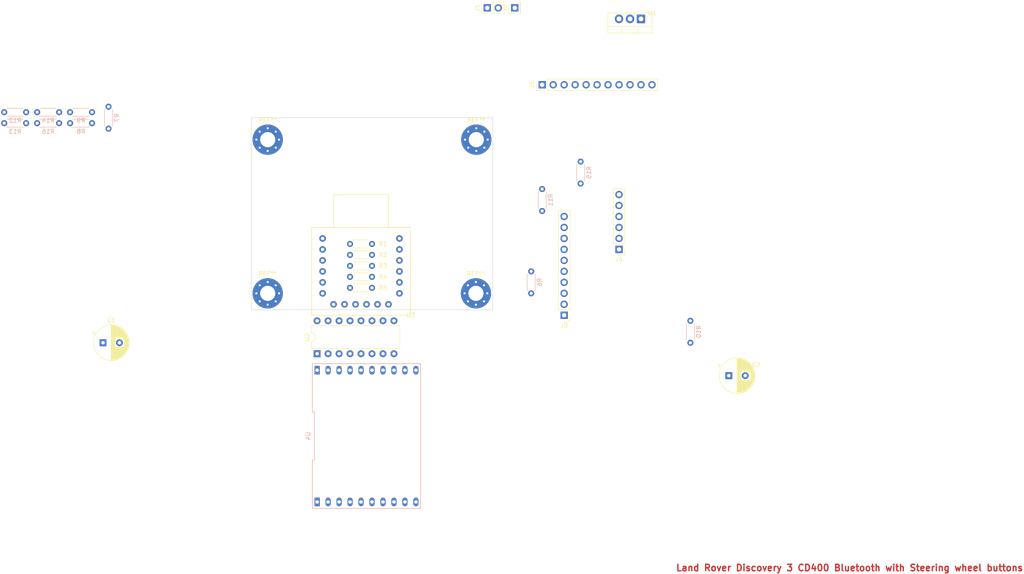
<source format=kicad_pcb>
(kicad_pcb (version 20171130) (host pcbnew "(5.0.2)-1")

  (general
    (thickness 1.6)
    (drawings 5)
    (tracks 0)
    (zones 0)
    (modules 31)
    (nets 54)
  )

  (page A4)
  (layers
    (0 F.Cu signal)
    (31 B.Cu signal)
    (32 B.Adhes user hide)
    (33 F.Adhes user hide)
    (34 B.Paste user hide)
    (35 F.Paste user hide)
    (36 B.SilkS user)
    (37 F.SilkS user)
    (38 B.Mask user hide)
    (39 F.Mask user hide)
    (40 Dwgs.User user hide)
    (41 Cmts.User user hide)
    (42 Eco1.User user hide)
    (43 Eco2.User user hide)
    (44 Edge.Cuts user)
    (45 Margin user hide)
    (46 B.CrtYd user hide)
    (47 F.CrtYd user hide)
    (48 B.Fab user hide)
    (49 F.Fab user hide)
  )

  (setup
    (last_trace_width 0.25)
    (trace_clearance 0.2)
    (zone_clearance 0.508)
    (zone_45_only no)
    (trace_min 0.2)
    (segment_width 0.2)
    (edge_width 0.1)
    (via_size 0.8)
    (via_drill 0.4)
    (via_min_size 0.4)
    (via_min_drill 0.3)
    (uvia_size 0.3)
    (uvia_drill 0.1)
    (uvias_allowed no)
    (uvia_min_size 0.2)
    (uvia_min_drill 0.1)
    (pcb_text_width 0.3)
    (pcb_text_size 1.5 1.5)
    (mod_edge_width 0.15)
    (mod_text_size 1 1)
    (mod_text_width 0.15)
    (pad_size 1.5 1.5)
    (pad_drill 0.6)
    (pad_to_mask_clearance 0)
    (solder_mask_min_width 0.25)
    (aux_axis_origin 153.67 45.72)
    (visible_elements 7FFFFFFF)
    (pcbplotparams
      (layerselection 0x010fc_ffffffff)
      (usegerberextensions false)
      (usegerberattributes false)
      (usegerberadvancedattributes false)
      (creategerberjobfile false)
      (excludeedgelayer true)
      (linewidth 0.100000)
      (plotframeref false)
      (viasonmask false)
      (mode 1)
      (useauxorigin false)
      (hpglpennumber 1)
      (hpglpenspeed 20)
      (hpglpendiameter 15.000000)
      (psnegative false)
      (psa4output false)
      (plotreference true)
      (plotvalue true)
      (plotinvisibletext false)
      (padsonsilk false)
      (subtractmaskfromsilk false)
      (outputformat 1)
      (mirror false)
      (drillshape 1)
      (scaleselection 1)
      (outputdirectory ""))
  )

  (net 0 "")
  (net 1 "Net-(R1-Pad2)")
  (net 2 "Net-(R2-Pad2)")
  (net 3 "Net-(R3-Pad2)")
  (net 4 "Net-(R4-Pad2)")
  (net 5 GND)
  (net 6 "Net-(C2-Pad1)")
  (net 7 "Net-(R1-Pad1)")
  (net 8 "Net-(R2-Pad1)")
  (net 9 "Net-(R3-Pad1)")
  (net 10 "Net-(R4-Pad1)")
  (net 11 +BATT)
  (net 12 "Net-(J2-Pad1)")
  (net 13 "Net-(R16-Pad2)")
  (net 14 "Net-(R15-Pad2)")
  (net 15 "Net-(R14-Pad2)")
  (net 16 "Net-(R13-Pad2)")
  (net 17 "Net-(R12-Pad2)")
  (net 18 "Net-(R11-Pad2)")
  (net 19 "Net-(R10-Pad2)")
  (net 20 "Net-(R9-Pad2)")
  (net 21 "Net-(R8-Pad2)")
  (net 22 "Net-(R7-Pad2)")
  (net 23 "Net-(R6-Pad2)")
  (net 24 "Net-(J4-Pad6)")
  (net 25 "Net-(J4-Pad5)")
  (net 26 "Net-(J3-Pad8)")
  (net 27 "Net-(U4-Pad13)")
  (net 28 "Net-(J3-Pad7)")
  (net 29 "Net-(U4-Pad14)")
  (net 30 "Net-(J3-Pad6)")
  (net 31 "Net-(U4-Pad15)")
  (net 32 "Net-(J3-Pad5)")
  (net 33 "Net-(U4-Pad16)")
  (net 34 "Net-(J3-Pad4)")
  (net 35 "Net-(J4-Pad4)")
  (net 36 "Net-(J3-Pad3)")
  (net 37 "Net-(J4-Pad3)")
  (net 38 "Net-(J3-Pad2)")
  (net 39 "Net-(J4-Pad2)")
  (net 40 "Net-(J3-Pad1)")
  (net 41 "Net-(J4-Pad1)")
  (net 42 "Net-(J5-Pad9)")
  (net 43 "Net-(J5-Pad5)")
  (net 44 "Net-(J5-Pad2)")
  (net 45 "Net-(J5-Pad11)")
  (net 46 "Net-(J5-Pad10)")
  (net 47 "Net-(J5-Pad8)")
  (net 48 "Net-(J5-Pad7)")
  (net 49 "Net-(J5-Pad6)")
  (net 50 "Net-(J5-Pad3)")
  (net 51 "Net-(J5-Pad1)")
  (net 52 "Net-(J5-Pad4)")
  (net 53 "Net-(U2-Pad9)")

  (net_class Default "This is the default net class."
    (clearance 0.2)
    (trace_width 0.25)
    (via_dia 0.8)
    (via_drill 0.4)
    (uvia_dia 0.3)
    (uvia_drill 0.1)
    (add_net +BATT)
    (add_net GND)
    (add_net "Net-(C2-Pad1)")
    (add_net "Net-(J2-Pad1)")
    (add_net "Net-(J3-Pad1)")
    (add_net "Net-(J3-Pad2)")
    (add_net "Net-(J3-Pad3)")
    (add_net "Net-(J3-Pad4)")
    (add_net "Net-(J3-Pad5)")
    (add_net "Net-(J3-Pad6)")
    (add_net "Net-(J3-Pad7)")
    (add_net "Net-(J3-Pad8)")
    (add_net "Net-(J4-Pad1)")
    (add_net "Net-(J4-Pad2)")
    (add_net "Net-(J4-Pad3)")
    (add_net "Net-(J4-Pad4)")
    (add_net "Net-(J4-Pad5)")
    (add_net "Net-(J4-Pad6)")
    (add_net "Net-(J5-Pad1)")
    (add_net "Net-(J5-Pad10)")
    (add_net "Net-(J5-Pad11)")
    (add_net "Net-(J5-Pad2)")
    (add_net "Net-(J5-Pad3)")
    (add_net "Net-(J5-Pad4)")
    (add_net "Net-(J5-Pad5)")
    (add_net "Net-(J5-Pad6)")
    (add_net "Net-(J5-Pad7)")
    (add_net "Net-(J5-Pad8)")
    (add_net "Net-(J5-Pad9)")
    (add_net "Net-(R1-Pad1)")
    (add_net "Net-(R1-Pad2)")
    (add_net "Net-(R10-Pad2)")
    (add_net "Net-(R11-Pad2)")
    (add_net "Net-(R12-Pad2)")
    (add_net "Net-(R13-Pad2)")
    (add_net "Net-(R14-Pad2)")
    (add_net "Net-(R15-Pad2)")
    (add_net "Net-(R16-Pad2)")
    (add_net "Net-(R2-Pad1)")
    (add_net "Net-(R2-Pad2)")
    (add_net "Net-(R3-Pad1)")
    (add_net "Net-(R3-Pad2)")
    (add_net "Net-(R4-Pad1)")
    (add_net "Net-(R4-Pad2)")
    (add_net "Net-(R6-Pad2)")
    (add_net "Net-(R7-Pad2)")
    (add_net "Net-(R8-Pad2)")
    (add_net "Net-(R9-Pad2)")
    (add_net "Net-(U2-Pad9)")
    (add_net "Net-(U4-Pad13)")
    (add_net "Net-(U4-Pad14)")
    (add_net "Net-(U4-Pad15)")
    (add_net "Net-(U4-Pad16)")
  )

  (module MountingHole:MountingHole_3.5mm_Pad_Via (layer F.Cu) (tedit 56DDBDB4) (tstamp 5C8DD6D3)
    (at 93.98 125.73)
    (descr "Mounting Hole 3.5mm")
    (tags "mounting hole 3.5mm")
    (attr virtual)
    (fp_text reference REF** (at 0 -4.5) (layer F.SilkS)
      (effects (font (size 1 1) (thickness 0.15)))
    )
    (fp_text value MountingHole_3.5mm_Pad_Via (at 0 4.5) (layer F.Fab)
      (effects (font (size 1 1) (thickness 0.15)))
    )
    (fp_text user %R (at 0.3 0) (layer F.Fab)
      (effects (font (size 1 1) (thickness 0.15)))
    )
    (fp_circle (center 0 0) (end 3.5 0) (layer Cmts.User) (width 0.15))
    (fp_circle (center 0 0) (end 3.75 0) (layer F.CrtYd) (width 0.05))
    (pad 1 thru_hole circle (at 0 0) (size 7 7) (drill 3.5) (layers *.Cu *.Mask))
    (pad 1 thru_hole circle (at 2.625 0) (size 0.8 0.8) (drill 0.5) (layers *.Cu *.Mask))
    (pad 1 thru_hole circle (at 1.856155 1.856155) (size 0.8 0.8) (drill 0.5) (layers *.Cu *.Mask))
    (pad 1 thru_hole circle (at 0 2.625) (size 0.8 0.8) (drill 0.5) (layers *.Cu *.Mask))
    (pad 1 thru_hole circle (at -1.856155 1.856155) (size 0.8 0.8) (drill 0.5) (layers *.Cu *.Mask))
    (pad 1 thru_hole circle (at -2.625 0) (size 0.8 0.8) (drill 0.5) (layers *.Cu *.Mask))
    (pad 1 thru_hole circle (at -1.856155 -1.856155) (size 0.8 0.8) (drill 0.5) (layers *.Cu *.Mask))
    (pad 1 thru_hole circle (at 0 -2.625) (size 0.8 0.8) (drill 0.5) (layers *.Cu *.Mask))
    (pad 1 thru_hole circle (at 1.856155 -1.856155) (size 0.8 0.8) (drill 0.5) (layers *.Cu *.Mask))
  )

  (module MountingHole:MountingHole_3.5mm_Pad_Via (layer F.Cu) (tedit 56DDBDB4) (tstamp 5C8DD6D3)
    (at 142.155 125.73)
    (descr "Mounting Hole 3.5mm")
    (tags "mounting hole 3.5mm")
    (attr virtual)
    (fp_text reference REF** (at 0 -4.5) (layer F.SilkS)
      (effects (font (size 1 1) (thickness 0.15)))
    )
    (fp_text value MountingHole_3.5mm_Pad_Via (at 0 4.5) (layer F.Fab)
      (effects (font (size 1 1) (thickness 0.15)))
    )
    (fp_text user %R (at 0.3 0) (layer F.Fab)
      (effects (font (size 1 1) (thickness 0.15)))
    )
    (fp_circle (center 0 0) (end 3.5 0) (layer Cmts.User) (width 0.15))
    (fp_circle (center 0 0) (end 3.75 0) (layer F.CrtYd) (width 0.05))
    (pad 1 thru_hole circle (at 0 0) (size 7 7) (drill 3.5) (layers *.Cu *.Mask))
    (pad 1 thru_hole circle (at 2.625 0) (size 0.8 0.8) (drill 0.5) (layers *.Cu *.Mask))
    (pad 1 thru_hole circle (at 1.856155 1.856155) (size 0.8 0.8) (drill 0.5) (layers *.Cu *.Mask))
    (pad 1 thru_hole circle (at 0 2.625) (size 0.8 0.8) (drill 0.5) (layers *.Cu *.Mask))
    (pad 1 thru_hole circle (at -1.856155 1.856155) (size 0.8 0.8) (drill 0.5) (layers *.Cu *.Mask))
    (pad 1 thru_hole circle (at -2.625 0) (size 0.8 0.8) (drill 0.5) (layers *.Cu *.Mask))
    (pad 1 thru_hole circle (at -1.856155 -1.856155) (size 0.8 0.8) (drill 0.5) (layers *.Cu *.Mask))
    (pad 1 thru_hole circle (at 0 -2.625) (size 0.8 0.8) (drill 0.5) (layers *.Cu *.Mask))
    (pad 1 thru_hole circle (at 1.856155 -1.856155) (size 0.8 0.8) (drill 0.5) (layers *.Cu *.Mask))
  )

  (module MountingHole:MountingHole_3.5mm_Pad_Via (layer F.Cu) (tedit 56DDBDB4) (tstamp 5C8DD6D3)
    (at 93.98 90.17)
    (descr "Mounting Hole 3.5mm")
    (tags "mounting hole 3.5mm")
    (attr virtual)
    (fp_text reference REF** (at 0 -4.5) (layer F.SilkS)
      (effects (font (size 1 1) (thickness 0.15)))
    )
    (fp_text value MountingHole_3.5mm_Pad_Via (at 0 4.5) (layer F.Fab)
      (effects (font (size 1 1) (thickness 0.15)))
    )
    (fp_text user %R (at 0.3 0) (layer F.Fab)
      (effects (font (size 1 1) (thickness 0.15)))
    )
    (fp_circle (center 0 0) (end 3.5 0) (layer Cmts.User) (width 0.15))
    (fp_circle (center 0 0) (end 3.75 0) (layer F.CrtYd) (width 0.05))
    (pad 1 thru_hole circle (at 0 0) (size 7 7) (drill 3.5) (layers *.Cu *.Mask))
    (pad 1 thru_hole circle (at 2.625 0) (size 0.8 0.8) (drill 0.5) (layers *.Cu *.Mask))
    (pad 1 thru_hole circle (at 1.856155 1.856155) (size 0.8 0.8) (drill 0.5) (layers *.Cu *.Mask))
    (pad 1 thru_hole circle (at 0 2.625) (size 0.8 0.8) (drill 0.5) (layers *.Cu *.Mask))
    (pad 1 thru_hole circle (at -1.856155 1.856155) (size 0.8 0.8) (drill 0.5) (layers *.Cu *.Mask))
    (pad 1 thru_hole circle (at -2.625 0) (size 0.8 0.8) (drill 0.5) (layers *.Cu *.Mask))
    (pad 1 thru_hole circle (at -1.856155 -1.856155) (size 0.8 0.8) (drill 0.5) (layers *.Cu *.Mask))
    (pad 1 thru_hole circle (at 0 -2.625) (size 0.8 0.8) (drill 0.5) (layers *.Cu *.Mask))
    (pad 1 thru_hole circle (at 1.856155 -1.856155) (size 0.8 0.8) (drill 0.5) (layers *.Cu *.Mask))
  )

  (module Connector_PinHeader_2.54mm:PinHeader_1x06_P2.54mm_Vertical (layer F.Cu) (tedit 59FED5CC) (tstamp 5C7E8A87)
    (at 175.26 115.57 180)
    (descr "Through hole straight pin header, 1x06, 2.54mm pitch, single row")
    (tags "Through hole pin header THT 1x06 2.54mm single row")
    (path /5C76C6BB)
    (fp_text reference J4 (at 0 -2.33 180) (layer F.SilkS)
      (effects (font (size 1 1) (thickness 0.15)))
    )
    (fp_text value Conn_01x06_Male (at 0 15.03 180) (layer F.Fab)
      (effects (font (size 1 1) (thickness 0.15)))
    )
    (fp_line (start -0.635 -1.27) (end 1.27 -1.27) (layer F.Fab) (width 0.1))
    (fp_line (start 1.27 -1.27) (end 1.27 13.97) (layer F.Fab) (width 0.1))
    (fp_line (start 1.27 13.97) (end -1.27 13.97) (layer F.Fab) (width 0.1))
    (fp_line (start -1.27 13.97) (end -1.27 -0.635) (layer F.Fab) (width 0.1))
    (fp_line (start -1.27 -0.635) (end -0.635 -1.27) (layer F.Fab) (width 0.1))
    (fp_line (start -1.33 14.03) (end 1.33 14.03) (layer F.SilkS) (width 0.12))
    (fp_line (start -1.33 1.27) (end -1.33 14.03) (layer F.SilkS) (width 0.12))
    (fp_line (start 1.33 1.27) (end 1.33 14.03) (layer F.SilkS) (width 0.12))
    (fp_line (start -1.33 1.27) (end 1.33 1.27) (layer F.SilkS) (width 0.12))
    (fp_line (start -1.33 0) (end -1.33 -1.33) (layer F.SilkS) (width 0.12))
    (fp_line (start -1.33 -1.33) (end 0 -1.33) (layer F.SilkS) (width 0.12))
    (fp_line (start -1.8 -1.8) (end -1.8 14.5) (layer F.CrtYd) (width 0.05))
    (fp_line (start -1.8 14.5) (end 1.8 14.5) (layer F.CrtYd) (width 0.05))
    (fp_line (start 1.8 14.5) (end 1.8 -1.8) (layer F.CrtYd) (width 0.05))
    (fp_line (start 1.8 -1.8) (end -1.8 -1.8) (layer F.CrtYd) (width 0.05))
    (fp_text user %R (at 0 6.35 270) (layer F.Fab)
      (effects (font (size 1 1) (thickness 0.15)))
    )
    (pad 1 thru_hole rect (at 0 0 180) (size 1.7 1.7) (drill 1) (layers *.Cu *.Mask)
      (net 41 "Net-(J4-Pad1)"))
    (pad 2 thru_hole oval (at 0 2.54 180) (size 1.7 1.7) (drill 1) (layers *.Cu *.Mask)
      (net 39 "Net-(J4-Pad2)"))
    (pad 3 thru_hole oval (at 0 5.08 180) (size 1.7 1.7) (drill 1) (layers *.Cu *.Mask)
      (net 37 "Net-(J4-Pad3)"))
    (pad 4 thru_hole oval (at 0 7.62 180) (size 1.7 1.7) (drill 1) (layers *.Cu *.Mask)
      (net 35 "Net-(J4-Pad4)"))
    (pad 5 thru_hole oval (at 0 10.16 180) (size 1.7 1.7) (drill 1) (layers *.Cu *.Mask)
      (net 25 "Net-(J4-Pad5)"))
    (pad 6 thru_hole oval (at 0 12.7 180) (size 1.7 1.7) (drill 1) (layers *.Cu *.Mask)
      (net 24 "Net-(J4-Pad6)"))
    (model ${KISYS3DMOD}/Connector_PinHeader_2.54mm.3dshapes/PinHeader_1x06_P2.54mm_Vertical.wrl
      (at (xyz 0 0 0))
      (scale (xyz 1 1 1))
      (rotate (xyz 0 0 0))
    )
  )

  (module Connector_PinHeader_2.54mm:PinHeader_1x10_P2.54mm_Vertical (layer F.Cu) (tedit 59FED5CC) (tstamp 5C7E8A6D)
    (at 162.56 130.81 180)
    (descr "Through hole straight pin header, 1x10, 2.54mm pitch, single row")
    (tags "Through hole pin header THT 1x10 2.54mm single row")
    (path /5C71D41B)
    (fp_text reference J3 (at 0 -2.33 180) (layer F.SilkS)
      (effects (font (size 1 1) (thickness 0.15)))
    )
    (fp_text value Conn_01x10_Male (at 0 25.19 180) (layer F.Fab)
      (effects (font (size 1 1) (thickness 0.15)))
    )
    (fp_line (start -0.635 -1.27) (end 1.27 -1.27) (layer F.Fab) (width 0.1))
    (fp_line (start 1.27 -1.27) (end 1.27 24.13) (layer F.Fab) (width 0.1))
    (fp_line (start 1.27 24.13) (end -1.27 24.13) (layer F.Fab) (width 0.1))
    (fp_line (start -1.27 24.13) (end -1.27 -0.635) (layer F.Fab) (width 0.1))
    (fp_line (start -1.27 -0.635) (end -0.635 -1.27) (layer F.Fab) (width 0.1))
    (fp_line (start -1.33 24.19) (end 1.33 24.19) (layer F.SilkS) (width 0.12))
    (fp_line (start -1.33 1.27) (end -1.33 24.19) (layer F.SilkS) (width 0.12))
    (fp_line (start 1.33 1.27) (end 1.33 24.19) (layer F.SilkS) (width 0.12))
    (fp_line (start -1.33 1.27) (end 1.33 1.27) (layer F.SilkS) (width 0.12))
    (fp_line (start -1.33 0) (end -1.33 -1.33) (layer F.SilkS) (width 0.12))
    (fp_line (start -1.33 -1.33) (end 0 -1.33) (layer F.SilkS) (width 0.12))
    (fp_line (start -1.8 -1.8) (end -1.8 24.65) (layer F.CrtYd) (width 0.05))
    (fp_line (start -1.8 24.65) (end 1.8 24.65) (layer F.CrtYd) (width 0.05))
    (fp_line (start 1.8 24.65) (end 1.8 -1.8) (layer F.CrtYd) (width 0.05))
    (fp_line (start 1.8 -1.8) (end -1.8 -1.8) (layer F.CrtYd) (width 0.05))
    (fp_text user %R (at 0 11.43 270) (layer F.Fab)
      (effects (font (size 1 1) (thickness 0.15)))
    )
    (pad 1 thru_hole rect (at 0 0 180) (size 1.7 1.7) (drill 1) (layers *.Cu *.Mask)
      (net 40 "Net-(J3-Pad1)"))
    (pad 2 thru_hole oval (at 0 2.54 180) (size 1.7 1.7) (drill 1) (layers *.Cu *.Mask)
      (net 38 "Net-(J3-Pad2)"))
    (pad 3 thru_hole oval (at 0 5.08 180) (size 1.7 1.7) (drill 1) (layers *.Cu *.Mask)
      (net 36 "Net-(J3-Pad3)"))
    (pad 4 thru_hole oval (at 0 7.62 180) (size 1.7 1.7) (drill 1) (layers *.Cu *.Mask)
      (net 34 "Net-(J3-Pad4)"))
    (pad 5 thru_hole oval (at 0 10.16 180) (size 1.7 1.7) (drill 1) (layers *.Cu *.Mask)
      (net 32 "Net-(J3-Pad5)"))
    (pad 6 thru_hole oval (at 0 12.7 180) (size 1.7 1.7) (drill 1) (layers *.Cu *.Mask)
      (net 30 "Net-(J3-Pad6)"))
    (pad 7 thru_hole oval (at 0 15.24 180) (size 1.7 1.7) (drill 1) (layers *.Cu *.Mask)
      (net 28 "Net-(J3-Pad7)"))
    (pad 8 thru_hole oval (at 0 17.78 180) (size 1.7 1.7) (drill 1) (layers *.Cu *.Mask)
      (net 26 "Net-(J3-Pad8)"))
    (pad 9 thru_hole oval (at 0 20.32 180) (size 1.7 1.7) (drill 1) (layers *.Cu *.Mask)
      (net 11 +BATT))
    (pad 10 thru_hole oval (at 0 22.86 180) (size 1.7 1.7) (drill 1) (layers *.Cu *.Mask)
      (net 5 GND))
    (model ${KISYS3DMOD}/Connector_PinHeader_2.54mm.3dshapes/PinHeader_1x10_P2.54mm_Vertical.wrl
      (at (xyz 0 0 0))
      (scale (xyz 1 1 1))
      (rotate (xyz 0 0 0))
    )
  )

  (module Connector_PinHeader_2.54mm:PinHeader_1x11_P2.54mm_Vertical (layer F.Cu) (tedit 59FED5CC) (tstamp 5C7E8A4F)
    (at 157.48 77.47 90)
    (descr "Through hole straight pin header, 1x11, 2.54mm pitch, single row")
    (tags "Through hole pin header THT 1x11 2.54mm single row")
    (path /5C771223)
    (fp_text reference J5 (at 0 -2.33 90) (layer F.SilkS)
      (effects (font (size 1 1) (thickness 0.15)))
    )
    (fp_text value Conn_01x11_Male (at 0 27.73 90) (layer F.Fab)
      (effects (font (size 1 1) (thickness 0.15)))
    )
    (fp_line (start -0.635 -1.27) (end 1.27 -1.27) (layer F.Fab) (width 0.1))
    (fp_line (start 1.27 -1.27) (end 1.27 26.67) (layer F.Fab) (width 0.1))
    (fp_line (start 1.27 26.67) (end -1.27 26.67) (layer F.Fab) (width 0.1))
    (fp_line (start -1.27 26.67) (end -1.27 -0.635) (layer F.Fab) (width 0.1))
    (fp_line (start -1.27 -0.635) (end -0.635 -1.27) (layer F.Fab) (width 0.1))
    (fp_line (start -1.33 26.73) (end 1.33 26.73) (layer F.SilkS) (width 0.12))
    (fp_line (start -1.33 1.27) (end -1.33 26.73) (layer F.SilkS) (width 0.12))
    (fp_line (start 1.33 1.27) (end 1.33 26.73) (layer F.SilkS) (width 0.12))
    (fp_line (start -1.33 1.27) (end 1.33 1.27) (layer F.SilkS) (width 0.12))
    (fp_line (start -1.33 0) (end -1.33 -1.33) (layer F.SilkS) (width 0.12))
    (fp_line (start -1.33 -1.33) (end 0 -1.33) (layer F.SilkS) (width 0.12))
    (fp_line (start -1.8 -1.8) (end -1.8 27.2) (layer F.CrtYd) (width 0.05))
    (fp_line (start -1.8 27.2) (end 1.8 27.2) (layer F.CrtYd) (width 0.05))
    (fp_line (start 1.8 27.2) (end 1.8 -1.8) (layer F.CrtYd) (width 0.05))
    (fp_line (start 1.8 -1.8) (end -1.8 -1.8) (layer F.CrtYd) (width 0.05))
    (fp_text user %R (at 0 12.7 180) (layer F.Fab)
      (effects (font (size 1 1) (thickness 0.15)))
    )
    (pad 1 thru_hole rect (at 0 0 90) (size 1.7 1.7) (drill 1) (layers *.Cu *.Mask)
      (net 51 "Net-(J5-Pad1)"))
    (pad 2 thru_hole oval (at 0 2.54 90) (size 1.7 1.7) (drill 1) (layers *.Cu *.Mask)
      (net 44 "Net-(J5-Pad2)"))
    (pad 3 thru_hole oval (at 0 5.08 90) (size 1.7 1.7) (drill 1) (layers *.Cu *.Mask)
      (net 50 "Net-(J5-Pad3)"))
    (pad 4 thru_hole oval (at 0 7.62 90) (size 1.7 1.7) (drill 1) (layers *.Cu *.Mask)
      (net 52 "Net-(J5-Pad4)"))
    (pad 5 thru_hole oval (at 0 10.16 90) (size 1.7 1.7) (drill 1) (layers *.Cu *.Mask)
      (net 43 "Net-(J5-Pad5)"))
    (pad 6 thru_hole oval (at 0 12.7 90) (size 1.7 1.7) (drill 1) (layers *.Cu *.Mask)
      (net 49 "Net-(J5-Pad6)"))
    (pad 7 thru_hole oval (at 0 15.24 90) (size 1.7 1.7) (drill 1) (layers *.Cu *.Mask)
      (net 48 "Net-(J5-Pad7)"))
    (pad 8 thru_hole oval (at 0 17.78 90) (size 1.7 1.7) (drill 1) (layers *.Cu *.Mask)
      (net 47 "Net-(J5-Pad8)"))
    (pad 9 thru_hole oval (at 0 20.32 90) (size 1.7 1.7) (drill 1) (layers *.Cu *.Mask)
      (net 42 "Net-(J5-Pad9)"))
    (pad 10 thru_hole oval (at 0 22.86 90) (size 1.7 1.7) (drill 1) (layers *.Cu *.Mask)
      (net 46 "Net-(J5-Pad10)"))
    (pad 11 thru_hole oval (at 0 25.4 90) (size 1.7 1.7) (drill 1) (layers *.Cu *.Mask)
      (net 45 "Net-(J5-Pad11)"))
    (model ${KISYS3DMOD}/Connector_PinHeader_2.54mm.3dshapes/PinHeader_1x11_P2.54mm_Vertical.wrl
      (at (xyz 0 0 0))
      (scale (xyz 1 1 1))
      (rotate (xyz 0 0 0))
    )
  )

  (module Resistor_THT:R_Axial_DIN0204_L3.6mm_D1.6mm_P5.08mm_Horizontal (layer B.Cu) (tedit 5AE5139B) (tstamp 5C7E89B8)
    (at 48.26 83.82)
    (descr "Resistor, Axial_DIN0204 series, Axial, Horizontal, pin pitch=5.08mm, 0.167W, length*diameter=3.6*1.6mm^2, http://cdn-reichelt.de/documents/datenblatt/B400/1_4W%23YAG.pdf")
    (tags "Resistor Axial_DIN0204 series Axial Horizontal pin pitch 5.08mm 0.167W length 3.6mm diameter 1.6mm")
    (path /5C7E868A)
    (fp_text reference R9 (at 2.54 1.92) (layer B.SilkS)
      (effects (font (size 1 1) (thickness 0.15)) (justify mirror))
    )
    (fp_text value R267 (at 2.54 -1.92) (layer B.Fab)
      (effects (font (size 1 1) (thickness 0.15)) (justify mirror))
    )
    (fp_line (start 0.74 0.8) (end 0.74 -0.8) (layer B.Fab) (width 0.1))
    (fp_line (start 0.74 -0.8) (end 4.34 -0.8) (layer B.Fab) (width 0.1))
    (fp_line (start 4.34 -0.8) (end 4.34 0.8) (layer B.Fab) (width 0.1))
    (fp_line (start 4.34 0.8) (end 0.74 0.8) (layer B.Fab) (width 0.1))
    (fp_line (start 0 0) (end 0.74 0) (layer B.Fab) (width 0.1))
    (fp_line (start 5.08 0) (end 4.34 0) (layer B.Fab) (width 0.1))
    (fp_line (start 0.62 0.92) (end 4.46 0.92) (layer B.SilkS) (width 0.12))
    (fp_line (start 0.62 -0.92) (end 4.46 -0.92) (layer B.SilkS) (width 0.12))
    (fp_line (start -0.95 1.05) (end -0.95 -1.05) (layer B.CrtYd) (width 0.05))
    (fp_line (start -0.95 -1.05) (end 6.03 -1.05) (layer B.CrtYd) (width 0.05))
    (fp_line (start 6.03 -1.05) (end 6.03 1.05) (layer B.CrtYd) (width 0.05))
    (fp_line (start 6.03 1.05) (end -0.95 1.05) (layer B.CrtYd) (width 0.05))
    (fp_text user %R (at 2.54 0) (layer B.Fab)
      (effects (font (size 0.72 0.72) (thickness 0.108)) (justify mirror))
    )
    (pad 1 thru_hole circle (at 0 0) (size 1.4 1.4) (drill 0.7) (layers *.Cu *.Mask)
      (net 52 "Net-(J5-Pad4)"))
    (pad 2 thru_hole oval (at 5.08 0) (size 1.4 1.4) (drill 0.7) (layers *.Cu *.Mask)
      (net 20 "Net-(R9-Pad2)"))
    (model ${KISYS3DMOD}/Resistor_THT.3dshapes/R_Axial_DIN0204_L3.6mm_D1.6mm_P5.08mm_Horizontal.wrl
      (at (xyz 0 0 0))
      (scale (xyz 1 1 1))
      (rotate (xyz 0 0 0))
    )
  )

  (module Resistor_THT:R_Axial_DIN0204_L3.6mm_D1.6mm_P5.08mm_Horizontal (layer B.Cu) (tedit 5AE5139B) (tstamp 5C7E88F1)
    (at 154.94 125.73 90)
    (descr "Resistor, Axial_DIN0204 series, Axial, Horizontal, pin pitch=5.08mm, 0.167W, length*diameter=3.6*1.6mm^2, http://cdn-reichelt.de/documents/datenblatt/B400/1_4W%23YAG.pdf")
    (tags "Resistor Axial_DIN0204 series Axial Horizontal pin pitch 5.08mm 0.167W length 3.6mm diameter 1.6mm")
    (path /5C7D6609)
    (fp_text reference R6 (at 2.54 1.92 90) (layer B.SilkS)
      (effects (font (size 1 1) (thickness 0.15)) (justify mirror))
    )
    (fp_text value R267 (at 2.54 -1.92 90) (layer B.Fab)
      (effects (font (size 1 1) (thickness 0.15)) (justify mirror))
    )
    (fp_text user %R (at 2.54 0 90) (layer B.Fab)
      (effects (font (size 0.72 0.72) (thickness 0.108)) (justify mirror))
    )
    (fp_line (start 6.03 1.05) (end -0.95 1.05) (layer B.CrtYd) (width 0.05))
    (fp_line (start 6.03 -1.05) (end 6.03 1.05) (layer B.CrtYd) (width 0.05))
    (fp_line (start -0.95 -1.05) (end 6.03 -1.05) (layer B.CrtYd) (width 0.05))
    (fp_line (start -0.95 1.05) (end -0.95 -1.05) (layer B.CrtYd) (width 0.05))
    (fp_line (start 0.62 -0.92) (end 4.46 -0.92) (layer B.SilkS) (width 0.12))
    (fp_line (start 0.62 0.92) (end 4.46 0.92) (layer B.SilkS) (width 0.12))
    (fp_line (start 5.08 0) (end 4.34 0) (layer B.Fab) (width 0.1))
    (fp_line (start 0 0) (end 0.74 0) (layer B.Fab) (width 0.1))
    (fp_line (start 4.34 0.8) (end 0.74 0.8) (layer B.Fab) (width 0.1))
    (fp_line (start 4.34 -0.8) (end 4.34 0.8) (layer B.Fab) (width 0.1))
    (fp_line (start 0.74 -0.8) (end 4.34 -0.8) (layer B.Fab) (width 0.1))
    (fp_line (start 0.74 0.8) (end 0.74 -0.8) (layer B.Fab) (width 0.1))
    (pad 2 thru_hole oval (at 5.08 0 90) (size 1.4 1.4) (drill 0.7) (layers *.Cu *.Mask)
      (net 23 "Net-(R6-Pad2)"))
    (pad 1 thru_hole circle (at 0 0 90) (size 1.4 1.4) (drill 0.7) (layers *.Cu *.Mask)
      (net 51 "Net-(J5-Pad1)"))
    (model ${KISYS3DMOD}/Resistor_THT.3dshapes/R_Axial_DIN0204_L3.6mm_D1.6mm_P5.08mm_Horizontal.wrl
      (at (xyz 0 0 0))
      (scale (xyz 1 1 1))
      (rotate (xyz 0 0 0))
    )
  )

  (module Resistor_THT:R_Axial_DIN0204_L3.6mm_D1.6mm_P5.08mm_Horizontal (layer B.Cu) (tedit 5AE5139B) (tstamp 5C7E88DE)
    (at 48.26 86.36)
    (descr "Resistor, Axial_DIN0204 series, Axial, Horizontal, pin pitch=5.08mm, 0.167W, length*diameter=3.6*1.6mm^2, http://cdn-reichelt.de/documents/datenblatt/B400/1_4W%23YAG.pdf")
    (tags "Resistor Axial_DIN0204 series Axial Horizontal pin pitch 5.08mm 0.167W length 3.6mm diameter 1.6mm")
    (path /5C7E2668)
    (fp_text reference R8 (at 2.54 1.92) (layer B.SilkS)
      (effects (font (size 1 1) (thickness 0.15)) (justify mirror))
    )
    (fp_text value R267 (at 2.54 -1.92) (layer B.Fab)
      (effects (font (size 1 1) (thickness 0.15)) (justify mirror))
    )
    (fp_line (start 0.74 0.8) (end 0.74 -0.8) (layer B.Fab) (width 0.1))
    (fp_line (start 0.74 -0.8) (end 4.34 -0.8) (layer B.Fab) (width 0.1))
    (fp_line (start 4.34 -0.8) (end 4.34 0.8) (layer B.Fab) (width 0.1))
    (fp_line (start 4.34 0.8) (end 0.74 0.8) (layer B.Fab) (width 0.1))
    (fp_line (start 0 0) (end 0.74 0) (layer B.Fab) (width 0.1))
    (fp_line (start 5.08 0) (end 4.34 0) (layer B.Fab) (width 0.1))
    (fp_line (start 0.62 0.92) (end 4.46 0.92) (layer B.SilkS) (width 0.12))
    (fp_line (start 0.62 -0.92) (end 4.46 -0.92) (layer B.SilkS) (width 0.12))
    (fp_line (start -0.95 1.05) (end -0.95 -1.05) (layer B.CrtYd) (width 0.05))
    (fp_line (start -0.95 -1.05) (end 6.03 -1.05) (layer B.CrtYd) (width 0.05))
    (fp_line (start 6.03 -1.05) (end 6.03 1.05) (layer B.CrtYd) (width 0.05))
    (fp_line (start 6.03 1.05) (end -0.95 1.05) (layer B.CrtYd) (width 0.05))
    (fp_text user %R (at 2.54 0) (layer B.Fab)
      (effects (font (size 0.72 0.72) (thickness 0.108)) (justify mirror))
    )
    (pad 1 thru_hole circle (at 0 0) (size 1.4 1.4) (drill 0.7) (layers *.Cu *.Mask)
      (net 50 "Net-(J5-Pad3)"))
    (pad 2 thru_hole oval (at 5.08 0) (size 1.4 1.4) (drill 0.7) (layers *.Cu *.Mask)
      (net 21 "Net-(R8-Pad2)"))
    (model ${KISYS3DMOD}/Resistor_THT.3dshapes/R_Axial_DIN0204_L3.6mm_D1.6mm_P5.08mm_Horizontal.wrl
      (at (xyz 0 0 0))
      (scale (xyz 1 1 1))
      (rotate (xyz 0 0 0))
    )
  )

  (module Resistor_THT:R_Axial_DIN0204_L3.6mm_D1.6mm_P5.08mm_Horizontal (layer B.Cu) (tedit 5AE5139B) (tstamp 5C7E88CB)
    (at 157.48 106.68 90)
    (descr "Resistor, Axial_DIN0204 series, Axial, Horizontal, pin pitch=5.08mm, 0.167W, length*diameter=3.6*1.6mm^2, http://cdn-reichelt.de/documents/datenblatt/B400/1_4W%23YAG.pdf")
    (tags "Resistor Axial_DIN0204 series Axial Horizontal pin pitch 5.08mm 0.167W length 3.6mm diameter 1.6mm")
    (path /5C855DB1)
    (fp_text reference R11 (at 2.54 1.92 90) (layer B.SilkS)
      (effects (font (size 1 1) (thickness 0.15)) (justify mirror))
    )
    (fp_text value R267 (at 2.54 -1.92 90) (layer B.Fab)
      (effects (font (size 1 1) (thickness 0.15)) (justify mirror))
    )
    (fp_text user %R (at 2.54 0 90) (layer B.Fab)
      (effects (font (size 0.72 0.72) (thickness 0.108)) (justify mirror))
    )
    (fp_line (start 6.03 1.05) (end -0.95 1.05) (layer B.CrtYd) (width 0.05))
    (fp_line (start 6.03 -1.05) (end 6.03 1.05) (layer B.CrtYd) (width 0.05))
    (fp_line (start -0.95 -1.05) (end 6.03 -1.05) (layer B.CrtYd) (width 0.05))
    (fp_line (start -0.95 1.05) (end -0.95 -1.05) (layer B.CrtYd) (width 0.05))
    (fp_line (start 0.62 -0.92) (end 4.46 -0.92) (layer B.SilkS) (width 0.12))
    (fp_line (start 0.62 0.92) (end 4.46 0.92) (layer B.SilkS) (width 0.12))
    (fp_line (start 5.08 0) (end 4.34 0) (layer B.Fab) (width 0.1))
    (fp_line (start 0 0) (end 0.74 0) (layer B.Fab) (width 0.1))
    (fp_line (start 4.34 0.8) (end 0.74 0.8) (layer B.Fab) (width 0.1))
    (fp_line (start 4.34 -0.8) (end 4.34 0.8) (layer B.Fab) (width 0.1))
    (fp_line (start 0.74 -0.8) (end 4.34 -0.8) (layer B.Fab) (width 0.1))
    (fp_line (start 0.74 0.8) (end 0.74 -0.8) (layer B.Fab) (width 0.1))
    (pad 2 thru_hole oval (at 5.08 0 90) (size 1.4 1.4) (drill 0.7) (layers *.Cu *.Mask)
      (net 18 "Net-(R11-Pad2)"))
    (pad 1 thru_hole circle (at 0 0 90) (size 1.4 1.4) (drill 0.7) (layers *.Cu *.Mask)
      (net 49 "Net-(J5-Pad6)"))
    (model ${KISYS3DMOD}/Resistor_THT.3dshapes/R_Axial_DIN0204_L3.6mm_D1.6mm_P5.08mm_Horizontal.wrl
      (at (xyz 0 0 0))
      (scale (xyz 1 1 1))
      (rotate (xyz 0 0 0))
    )
  )

  (module Resistor_THT:R_Axial_DIN0204_L3.6mm_D1.6mm_P5.08mm_Horizontal (layer B.Cu) (tedit 5AE5139B) (tstamp 5C7E88B8)
    (at 33.02 83.82)
    (descr "Resistor, Axial_DIN0204 series, Axial, Horizontal, pin pitch=5.08mm, 0.167W, length*diameter=3.6*1.6mm^2, http://cdn-reichelt.de/documents/datenblatt/B400/1_4W%23YAG.pdf")
    (tags "Resistor Axial_DIN0204 series Axial Horizontal pin pitch 5.08mm 0.167W length 3.6mm diameter 1.6mm")
    (path /5C850C7F)
    (fp_text reference R12 (at 2.54 1.92) (layer B.SilkS)
      (effects (font (size 1 1) (thickness 0.15)) (justify mirror))
    )
    (fp_text value R267 (at 2.54 -1.92) (layer B.Fab)
      (effects (font (size 1 1) (thickness 0.15)) (justify mirror))
    )
    (fp_line (start 0.74 0.8) (end 0.74 -0.8) (layer B.Fab) (width 0.1))
    (fp_line (start 0.74 -0.8) (end 4.34 -0.8) (layer B.Fab) (width 0.1))
    (fp_line (start 4.34 -0.8) (end 4.34 0.8) (layer B.Fab) (width 0.1))
    (fp_line (start 4.34 0.8) (end 0.74 0.8) (layer B.Fab) (width 0.1))
    (fp_line (start 0 0) (end 0.74 0) (layer B.Fab) (width 0.1))
    (fp_line (start 5.08 0) (end 4.34 0) (layer B.Fab) (width 0.1))
    (fp_line (start 0.62 0.92) (end 4.46 0.92) (layer B.SilkS) (width 0.12))
    (fp_line (start 0.62 -0.92) (end 4.46 -0.92) (layer B.SilkS) (width 0.12))
    (fp_line (start -0.95 1.05) (end -0.95 -1.05) (layer B.CrtYd) (width 0.05))
    (fp_line (start -0.95 -1.05) (end 6.03 -1.05) (layer B.CrtYd) (width 0.05))
    (fp_line (start 6.03 -1.05) (end 6.03 1.05) (layer B.CrtYd) (width 0.05))
    (fp_line (start 6.03 1.05) (end -0.95 1.05) (layer B.CrtYd) (width 0.05))
    (fp_text user %R (at 2.54 0) (layer B.Fab)
      (effects (font (size 0.72 0.72) (thickness 0.108)) (justify mirror))
    )
    (pad 1 thru_hole circle (at 0 0) (size 1.4 1.4) (drill 0.7) (layers *.Cu *.Mask)
      (net 48 "Net-(J5-Pad7)"))
    (pad 2 thru_hole oval (at 5.08 0) (size 1.4 1.4) (drill 0.7) (layers *.Cu *.Mask)
      (net 17 "Net-(R12-Pad2)"))
    (model ${KISYS3DMOD}/Resistor_THT.3dshapes/R_Axial_DIN0204_L3.6mm_D1.6mm_P5.08mm_Horizontal.wrl
      (at (xyz 0 0 0))
      (scale (xyz 1 1 1))
      (rotate (xyz 0 0 0))
    )
  )

  (module Resistor_THT:R_Axial_DIN0204_L3.6mm_D1.6mm_P5.08mm_Horizontal (layer B.Cu) (tedit 5AE5139B) (tstamp 5C7E88A5)
    (at 33.02 86.36)
    (descr "Resistor, Axial_DIN0204 series, Axial, Horizontal, pin pitch=5.08mm, 0.167W, length*diameter=3.6*1.6mm^2, http://cdn-reichelt.de/documents/datenblatt/B400/1_4W%23YAG.pdf")
    (tags "Resistor Axial_DIN0204 series Axial Horizontal pin pitch 5.08mm 0.167W length 3.6mm diameter 1.6mm")
    (path /5C850C86)
    (fp_text reference R13 (at 2.54 1.92) (layer B.SilkS)
      (effects (font (size 1 1) (thickness 0.15)) (justify mirror))
    )
    (fp_text value R267 (at 2.54 -1.92) (layer B.Fab)
      (effects (font (size 1 1) (thickness 0.15)) (justify mirror))
    )
    (fp_text user %R (at 2.54 0) (layer B.Fab)
      (effects (font (size 0.72 0.72) (thickness 0.108)) (justify mirror))
    )
    (fp_line (start 6.03 1.05) (end -0.95 1.05) (layer B.CrtYd) (width 0.05))
    (fp_line (start 6.03 -1.05) (end 6.03 1.05) (layer B.CrtYd) (width 0.05))
    (fp_line (start -0.95 -1.05) (end 6.03 -1.05) (layer B.CrtYd) (width 0.05))
    (fp_line (start -0.95 1.05) (end -0.95 -1.05) (layer B.CrtYd) (width 0.05))
    (fp_line (start 0.62 -0.92) (end 4.46 -0.92) (layer B.SilkS) (width 0.12))
    (fp_line (start 0.62 0.92) (end 4.46 0.92) (layer B.SilkS) (width 0.12))
    (fp_line (start 5.08 0) (end 4.34 0) (layer B.Fab) (width 0.1))
    (fp_line (start 0 0) (end 0.74 0) (layer B.Fab) (width 0.1))
    (fp_line (start 4.34 0.8) (end 0.74 0.8) (layer B.Fab) (width 0.1))
    (fp_line (start 4.34 -0.8) (end 4.34 0.8) (layer B.Fab) (width 0.1))
    (fp_line (start 0.74 -0.8) (end 4.34 -0.8) (layer B.Fab) (width 0.1))
    (fp_line (start 0.74 0.8) (end 0.74 -0.8) (layer B.Fab) (width 0.1))
    (pad 2 thru_hole oval (at 5.08 0) (size 1.4 1.4) (drill 0.7) (layers *.Cu *.Mask)
      (net 16 "Net-(R13-Pad2)"))
    (pad 1 thru_hole circle (at 0 0) (size 1.4 1.4) (drill 0.7) (layers *.Cu *.Mask)
      (net 47 "Net-(J5-Pad8)"))
    (model ${KISYS3DMOD}/Resistor_THT.3dshapes/R_Axial_DIN0204_L3.6mm_D1.6mm_P5.08mm_Horizontal.wrl
      (at (xyz 0 0 0))
      (scale (xyz 1 1 1))
      (rotate (xyz 0 0 0))
    )
  )

  (module Resistor_THT:R_Axial_DIN0204_L3.6mm_D1.6mm_P5.08mm_Horizontal (layer B.Cu) (tedit 5AE5139B) (tstamp 5C7E8892)
    (at 166.37 100.33 90)
    (descr "Resistor, Axial_DIN0204 series, Axial, Horizontal, pin pitch=5.08mm, 0.167W, length*diameter=3.6*1.6mm^2, http://cdn-reichelt.de/documents/datenblatt/B400/1_4W%23YAG.pdf")
    (tags "Resistor Axial_DIN0204 series Axial Horizontal pin pitch 5.08mm 0.167W length 3.6mm diameter 1.6mm")
    (path /5C850C94)
    (fp_text reference R15 (at 2.54 1.92 90) (layer B.SilkS)
      (effects (font (size 1 1) (thickness 0.15)) (justify mirror))
    )
    (fp_text value R267 (at 2.54 -1.92 90) (layer B.Fab)
      (effects (font (size 1 1) (thickness 0.15)) (justify mirror))
    )
    (fp_line (start 0.74 0.8) (end 0.74 -0.8) (layer B.Fab) (width 0.1))
    (fp_line (start 0.74 -0.8) (end 4.34 -0.8) (layer B.Fab) (width 0.1))
    (fp_line (start 4.34 -0.8) (end 4.34 0.8) (layer B.Fab) (width 0.1))
    (fp_line (start 4.34 0.8) (end 0.74 0.8) (layer B.Fab) (width 0.1))
    (fp_line (start 0 0) (end 0.74 0) (layer B.Fab) (width 0.1))
    (fp_line (start 5.08 0) (end 4.34 0) (layer B.Fab) (width 0.1))
    (fp_line (start 0.62 0.92) (end 4.46 0.92) (layer B.SilkS) (width 0.12))
    (fp_line (start 0.62 -0.92) (end 4.46 -0.92) (layer B.SilkS) (width 0.12))
    (fp_line (start -0.95 1.05) (end -0.95 -1.05) (layer B.CrtYd) (width 0.05))
    (fp_line (start -0.95 -1.05) (end 6.03 -1.05) (layer B.CrtYd) (width 0.05))
    (fp_line (start 6.03 -1.05) (end 6.03 1.05) (layer B.CrtYd) (width 0.05))
    (fp_line (start 6.03 1.05) (end -0.95 1.05) (layer B.CrtYd) (width 0.05))
    (fp_text user %R (at 2.54 0 90) (layer B.Fab)
      (effects (font (size 0.72 0.72) (thickness 0.108)) (justify mirror))
    )
    (pad 1 thru_hole circle (at 0 0 90) (size 1.4 1.4) (drill 0.7) (layers *.Cu *.Mask)
      (net 46 "Net-(J5-Pad10)"))
    (pad 2 thru_hole oval (at 5.08 0 90) (size 1.4 1.4) (drill 0.7) (layers *.Cu *.Mask)
      (net 14 "Net-(R15-Pad2)"))
    (model ${KISYS3DMOD}/Resistor_THT.3dshapes/R_Axial_DIN0204_L3.6mm_D1.6mm_P5.08mm_Horizontal.wrl
      (at (xyz 0 0 0))
      (scale (xyz 1 1 1))
      (rotate (xyz 0 0 0))
    )
  )

  (module Resistor_THT:R_Axial_DIN0204_L3.6mm_D1.6mm_P5.08mm_Horizontal (layer B.Cu) (tedit 5AE5139B) (tstamp 5C7E887F)
    (at 40.64 86.36)
    (descr "Resistor, Axial_DIN0204 series, Axial, Horizontal, pin pitch=5.08mm, 0.167W, length*diameter=3.6*1.6mm^2, http://cdn-reichelt.de/documents/datenblatt/B400/1_4W%23YAG.pdf")
    (tags "Resistor Axial_DIN0204 series Axial Horizontal pin pitch 5.08mm 0.167W length 3.6mm diameter 1.6mm")
    (path /5C850C9B)
    (fp_text reference R16 (at 2.54 1.92) (layer B.SilkS)
      (effects (font (size 1 1) (thickness 0.15)) (justify mirror))
    )
    (fp_text value R267 (at 2.54 -1.92) (layer B.Fab)
      (effects (font (size 1 1) (thickness 0.15)) (justify mirror))
    )
    (fp_text user %R (at 2.54 0) (layer B.Fab)
      (effects (font (size 0.72 0.72) (thickness 0.108)) (justify mirror))
    )
    (fp_line (start 6.03 1.05) (end -0.95 1.05) (layer B.CrtYd) (width 0.05))
    (fp_line (start 6.03 -1.05) (end 6.03 1.05) (layer B.CrtYd) (width 0.05))
    (fp_line (start -0.95 -1.05) (end 6.03 -1.05) (layer B.CrtYd) (width 0.05))
    (fp_line (start -0.95 1.05) (end -0.95 -1.05) (layer B.CrtYd) (width 0.05))
    (fp_line (start 0.62 -0.92) (end 4.46 -0.92) (layer B.SilkS) (width 0.12))
    (fp_line (start 0.62 0.92) (end 4.46 0.92) (layer B.SilkS) (width 0.12))
    (fp_line (start 5.08 0) (end 4.34 0) (layer B.Fab) (width 0.1))
    (fp_line (start 0 0) (end 0.74 0) (layer B.Fab) (width 0.1))
    (fp_line (start 4.34 0.8) (end 0.74 0.8) (layer B.Fab) (width 0.1))
    (fp_line (start 4.34 -0.8) (end 4.34 0.8) (layer B.Fab) (width 0.1))
    (fp_line (start 0.74 -0.8) (end 4.34 -0.8) (layer B.Fab) (width 0.1))
    (fp_line (start 0.74 0.8) (end 0.74 -0.8) (layer B.Fab) (width 0.1))
    (pad 2 thru_hole oval (at 5.08 0) (size 1.4 1.4) (drill 0.7) (layers *.Cu *.Mask)
      (net 13 "Net-(R16-Pad2)"))
    (pad 1 thru_hole circle (at 0 0) (size 1.4 1.4) (drill 0.7) (layers *.Cu *.Mask)
      (net 45 "Net-(J5-Pad11)"))
    (model ${KISYS3DMOD}/Resistor_THT.3dshapes/R_Axial_DIN0204_L3.6mm_D1.6mm_P5.08mm_Horizontal.wrl
      (at (xyz 0 0 0))
      (scale (xyz 1 1 1))
      (rotate (xyz 0 0 0))
    )
  )

  (module Resistor_THT:R_Axial_DIN0204_L3.6mm_D1.6mm_P5.08mm_Horizontal (layer B.Cu) (tedit 5AE5139B) (tstamp 5C7E886C)
    (at 57.15 87.63 90)
    (descr "Resistor, Axial_DIN0204 series, Axial, Horizontal, pin pitch=5.08mm, 0.167W, length*diameter=3.6*1.6mm^2, http://cdn-reichelt.de/documents/datenblatt/B400/1_4W%23YAG.pdf")
    (tags "Resistor Axial_DIN0204 series Axial Horizontal pin pitch 5.08mm 0.167W length 3.6mm diameter 1.6mm")
    (path /5C7DC641)
    (fp_text reference R7 (at 2.54 1.92 90) (layer B.SilkS)
      (effects (font (size 1 1) (thickness 0.15)) (justify mirror))
    )
    (fp_text value R267 (at 2.54 -1.92 90) (layer B.Fab)
      (effects (font (size 1 1) (thickness 0.15)) (justify mirror))
    )
    (fp_line (start 0.74 0.8) (end 0.74 -0.8) (layer B.Fab) (width 0.1))
    (fp_line (start 0.74 -0.8) (end 4.34 -0.8) (layer B.Fab) (width 0.1))
    (fp_line (start 4.34 -0.8) (end 4.34 0.8) (layer B.Fab) (width 0.1))
    (fp_line (start 4.34 0.8) (end 0.74 0.8) (layer B.Fab) (width 0.1))
    (fp_line (start 0 0) (end 0.74 0) (layer B.Fab) (width 0.1))
    (fp_line (start 5.08 0) (end 4.34 0) (layer B.Fab) (width 0.1))
    (fp_line (start 0.62 0.92) (end 4.46 0.92) (layer B.SilkS) (width 0.12))
    (fp_line (start 0.62 -0.92) (end 4.46 -0.92) (layer B.SilkS) (width 0.12))
    (fp_line (start -0.95 1.05) (end -0.95 -1.05) (layer B.CrtYd) (width 0.05))
    (fp_line (start -0.95 -1.05) (end 6.03 -1.05) (layer B.CrtYd) (width 0.05))
    (fp_line (start 6.03 -1.05) (end 6.03 1.05) (layer B.CrtYd) (width 0.05))
    (fp_line (start 6.03 1.05) (end -0.95 1.05) (layer B.CrtYd) (width 0.05))
    (fp_text user %R (at 2.54 0 90) (layer B.Fab)
      (effects (font (size 0.72 0.72) (thickness 0.108)) (justify mirror))
    )
    (pad 1 thru_hole circle (at 0 0 90) (size 1.4 1.4) (drill 0.7) (layers *.Cu *.Mask)
      (net 44 "Net-(J5-Pad2)"))
    (pad 2 thru_hole oval (at 5.08 0 90) (size 1.4 1.4) (drill 0.7) (layers *.Cu *.Mask)
      (net 22 "Net-(R7-Pad2)"))
    (model ${KISYS3DMOD}/Resistor_THT.3dshapes/R_Axial_DIN0204_L3.6mm_D1.6mm_P5.08mm_Horizontal.wrl
      (at (xyz 0 0 0))
      (scale (xyz 1 1 1))
      (rotate (xyz 0 0 0))
    )
  )

  (module Resistor_THT:R_Axial_DIN0204_L3.6mm_D1.6mm_P5.08mm_Horizontal (layer B.Cu) (tedit 5AE5139B) (tstamp 5C7E8859)
    (at 191.77 137.16 90)
    (descr "Resistor, Axial_DIN0204 series, Axial, Horizontal, pin pitch=5.08mm, 0.167W, length*diameter=3.6*1.6mm^2, http://cdn-reichelt.de/documents/datenblatt/B400/1_4W%23YAG.pdf")
    (tags "Resistor Axial_DIN0204 series Axial Horizontal pin pitch 5.08mm 0.167W length 3.6mm diameter 1.6mm")
    (path /5C7EEE29)
    (fp_text reference R10 (at 2.54 1.92 90) (layer B.SilkS)
      (effects (font (size 1 1) (thickness 0.15)) (justify mirror))
    )
    (fp_text value R267 (at 2.54 -1.92 90) (layer B.Fab)
      (effects (font (size 1 1) (thickness 0.15)) (justify mirror))
    )
    (fp_text user %R (at 2.54 0 90) (layer B.Fab)
      (effects (font (size 0.72 0.72) (thickness 0.108)) (justify mirror))
    )
    (fp_line (start 6.03 1.05) (end -0.95 1.05) (layer B.CrtYd) (width 0.05))
    (fp_line (start 6.03 -1.05) (end 6.03 1.05) (layer B.CrtYd) (width 0.05))
    (fp_line (start -0.95 -1.05) (end 6.03 -1.05) (layer B.CrtYd) (width 0.05))
    (fp_line (start -0.95 1.05) (end -0.95 -1.05) (layer B.CrtYd) (width 0.05))
    (fp_line (start 0.62 -0.92) (end 4.46 -0.92) (layer B.SilkS) (width 0.12))
    (fp_line (start 0.62 0.92) (end 4.46 0.92) (layer B.SilkS) (width 0.12))
    (fp_line (start 5.08 0) (end 4.34 0) (layer B.Fab) (width 0.1))
    (fp_line (start 0 0) (end 0.74 0) (layer B.Fab) (width 0.1))
    (fp_line (start 4.34 0.8) (end 0.74 0.8) (layer B.Fab) (width 0.1))
    (fp_line (start 4.34 -0.8) (end 4.34 0.8) (layer B.Fab) (width 0.1))
    (fp_line (start 0.74 -0.8) (end 4.34 -0.8) (layer B.Fab) (width 0.1))
    (fp_line (start 0.74 0.8) (end 0.74 -0.8) (layer B.Fab) (width 0.1))
    (pad 2 thru_hole oval (at 5.08 0 90) (size 1.4 1.4) (drill 0.7) (layers *.Cu *.Mask)
      (net 19 "Net-(R10-Pad2)"))
    (pad 1 thru_hole circle (at 0 0 90) (size 1.4 1.4) (drill 0.7) (layers *.Cu *.Mask)
      (net 43 "Net-(J5-Pad5)"))
    (model ${KISYS3DMOD}/Resistor_THT.3dshapes/R_Axial_DIN0204_L3.6mm_D1.6mm_P5.08mm_Horizontal.wrl
      (at (xyz 0 0 0))
      (scale (xyz 1 1 1))
      (rotate (xyz 0 0 0))
    )
  )

  (module Resistor_THT:R_Axial_DIN0204_L3.6mm_D1.6mm_P5.08mm_Horizontal (layer B.Cu) (tedit 5AE5139B) (tstamp 5C7E8846)
    (at 40.64 83.82)
    (descr "Resistor, Axial_DIN0204 series, Axial, Horizontal, pin pitch=5.08mm, 0.167W, length*diameter=3.6*1.6mm^2, http://cdn-reichelt.de/documents/datenblatt/B400/1_4W%23YAG.pdf")
    (tags "Resistor Axial_DIN0204 series Axial Horizontal pin pitch 5.08mm 0.167W length 3.6mm diameter 1.6mm")
    (path /5C850C8D)
    (fp_text reference R14 (at 2.54 1.92) (layer B.SilkS)
      (effects (font (size 1 1) (thickness 0.15)) (justify mirror))
    )
    (fp_text value R267 (at 2.54 -1.92) (layer B.Fab)
      (effects (font (size 1 1) (thickness 0.15)) (justify mirror))
    )
    (fp_line (start 0.74 0.8) (end 0.74 -0.8) (layer B.Fab) (width 0.1))
    (fp_line (start 0.74 -0.8) (end 4.34 -0.8) (layer B.Fab) (width 0.1))
    (fp_line (start 4.34 -0.8) (end 4.34 0.8) (layer B.Fab) (width 0.1))
    (fp_line (start 4.34 0.8) (end 0.74 0.8) (layer B.Fab) (width 0.1))
    (fp_line (start 0 0) (end 0.74 0) (layer B.Fab) (width 0.1))
    (fp_line (start 5.08 0) (end 4.34 0) (layer B.Fab) (width 0.1))
    (fp_line (start 0.62 0.92) (end 4.46 0.92) (layer B.SilkS) (width 0.12))
    (fp_line (start 0.62 -0.92) (end 4.46 -0.92) (layer B.SilkS) (width 0.12))
    (fp_line (start -0.95 1.05) (end -0.95 -1.05) (layer B.CrtYd) (width 0.05))
    (fp_line (start -0.95 -1.05) (end 6.03 -1.05) (layer B.CrtYd) (width 0.05))
    (fp_line (start 6.03 -1.05) (end 6.03 1.05) (layer B.CrtYd) (width 0.05))
    (fp_line (start 6.03 1.05) (end -0.95 1.05) (layer B.CrtYd) (width 0.05))
    (fp_text user %R (at 2.54 0) (layer B.Fab)
      (effects (font (size 0.72 0.72) (thickness 0.108)) (justify mirror))
    )
    (pad 1 thru_hole circle (at 0 0) (size 1.4 1.4) (drill 0.7) (layers *.Cu *.Mask)
      (net 42 "Net-(J5-Pad9)"))
    (pad 2 thru_hole oval (at 5.08 0) (size 1.4 1.4) (drill 0.7) (layers *.Cu *.Mask)
      (net 15 "Net-(R14-Pad2)"))
    (model ${KISYS3DMOD}/Resistor_THT.3dshapes/R_Axial_DIN0204_L3.6mm_D1.6mm_P5.08mm_Horizontal.wrl
      (at (xyz 0 0 0))
      (scale (xyz 1 1 1))
      (rotate (xyz 0 0 0))
    )
  )

  (module Capacitor_THT:CP_Radial_D8.0mm_P3.80mm (layer F.Cu) (tedit 5AE50EF0) (tstamp 5C987A54)
    (at 200.66 144.78)
    (descr "CP, Radial series, Radial, pin pitch=3.80mm, , diameter=8mm, Electrolytic Capacitor")
    (tags "CP Radial series Radial pin pitch 3.80mm  diameter 8mm Electrolytic Capacitor")
    (path /5C54F9F6)
    (fp_text reference C2 (at 6.35 -2.54) (layer F.SilkS)
      (effects (font (size 1 1) (thickness 0.15)))
    )
    (fp_text value 10u (at 1.9 5.25) (layer F.Fab)
      (effects (font (size 1 1) (thickness 0.15)))
    )
    (fp_text user %R (at 1.9 0) (layer F.Fab)
      (effects (font (size 1 1) (thickness 0.15)))
    )
    (fp_line (start -2.109698 -2.715) (end -2.109698 -1.915) (layer F.SilkS) (width 0.12))
    (fp_line (start -2.509698 -2.315) (end -1.709698 -2.315) (layer F.SilkS) (width 0.12))
    (fp_line (start 5.981 -0.533) (end 5.981 0.533) (layer F.SilkS) (width 0.12))
    (fp_line (start 5.941 -0.768) (end 5.941 0.768) (layer F.SilkS) (width 0.12))
    (fp_line (start 5.901 -0.948) (end 5.901 0.948) (layer F.SilkS) (width 0.12))
    (fp_line (start 5.861 -1.098) (end 5.861 1.098) (layer F.SilkS) (width 0.12))
    (fp_line (start 5.821 -1.229) (end 5.821 1.229) (layer F.SilkS) (width 0.12))
    (fp_line (start 5.781 -1.346) (end 5.781 1.346) (layer F.SilkS) (width 0.12))
    (fp_line (start 5.741 -1.453) (end 5.741 1.453) (layer F.SilkS) (width 0.12))
    (fp_line (start 5.701 -1.552) (end 5.701 1.552) (layer F.SilkS) (width 0.12))
    (fp_line (start 5.661 -1.645) (end 5.661 1.645) (layer F.SilkS) (width 0.12))
    (fp_line (start 5.621 -1.731) (end 5.621 1.731) (layer F.SilkS) (width 0.12))
    (fp_line (start 5.581 -1.813) (end 5.581 1.813) (layer F.SilkS) (width 0.12))
    (fp_line (start 5.541 -1.89) (end 5.541 1.89) (layer F.SilkS) (width 0.12))
    (fp_line (start 5.501 -1.964) (end 5.501 1.964) (layer F.SilkS) (width 0.12))
    (fp_line (start 5.461 -2.034) (end 5.461 2.034) (layer F.SilkS) (width 0.12))
    (fp_line (start 5.421 -2.102) (end 5.421 2.102) (layer F.SilkS) (width 0.12))
    (fp_line (start 5.381 -2.166) (end 5.381 2.166) (layer F.SilkS) (width 0.12))
    (fp_line (start 5.341 -2.228) (end 5.341 2.228) (layer F.SilkS) (width 0.12))
    (fp_line (start 5.301 -2.287) (end 5.301 2.287) (layer F.SilkS) (width 0.12))
    (fp_line (start 5.261 -2.345) (end 5.261 2.345) (layer F.SilkS) (width 0.12))
    (fp_line (start 5.221 -2.4) (end 5.221 2.4) (layer F.SilkS) (width 0.12))
    (fp_line (start 5.181 -2.454) (end 5.181 2.454) (layer F.SilkS) (width 0.12))
    (fp_line (start 5.141 -2.505) (end 5.141 2.505) (layer F.SilkS) (width 0.12))
    (fp_line (start 5.101 -2.556) (end 5.101 2.556) (layer F.SilkS) (width 0.12))
    (fp_line (start 5.061 -2.604) (end 5.061 2.604) (layer F.SilkS) (width 0.12))
    (fp_line (start 5.021 -2.651) (end 5.021 2.651) (layer F.SilkS) (width 0.12))
    (fp_line (start 4.981 -2.697) (end 4.981 2.697) (layer F.SilkS) (width 0.12))
    (fp_line (start 4.941 -2.741) (end 4.941 2.741) (layer F.SilkS) (width 0.12))
    (fp_line (start 4.901 -2.784) (end 4.901 2.784) (layer F.SilkS) (width 0.12))
    (fp_line (start 4.861 -2.826) (end 4.861 2.826) (layer F.SilkS) (width 0.12))
    (fp_line (start 4.821 1.04) (end 4.821 2.867) (layer F.SilkS) (width 0.12))
    (fp_line (start 4.821 -2.867) (end 4.821 -1.04) (layer F.SilkS) (width 0.12))
    (fp_line (start 4.781 1.04) (end 4.781 2.907) (layer F.SilkS) (width 0.12))
    (fp_line (start 4.781 -2.907) (end 4.781 -1.04) (layer F.SilkS) (width 0.12))
    (fp_line (start 4.741 1.04) (end 4.741 2.945) (layer F.SilkS) (width 0.12))
    (fp_line (start 4.741 -2.945) (end 4.741 -1.04) (layer F.SilkS) (width 0.12))
    (fp_line (start 4.701 1.04) (end 4.701 2.983) (layer F.SilkS) (width 0.12))
    (fp_line (start 4.701 -2.983) (end 4.701 -1.04) (layer F.SilkS) (width 0.12))
    (fp_line (start 4.661 1.04) (end 4.661 3.019) (layer F.SilkS) (width 0.12))
    (fp_line (start 4.661 -3.019) (end 4.661 -1.04) (layer F.SilkS) (width 0.12))
    (fp_line (start 4.621 1.04) (end 4.621 3.055) (layer F.SilkS) (width 0.12))
    (fp_line (start 4.621 -3.055) (end 4.621 -1.04) (layer F.SilkS) (width 0.12))
    (fp_line (start 4.581 1.04) (end 4.581 3.09) (layer F.SilkS) (width 0.12))
    (fp_line (start 4.581 -3.09) (end 4.581 -1.04) (layer F.SilkS) (width 0.12))
    (fp_line (start 4.541 1.04) (end 4.541 3.124) (layer F.SilkS) (width 0.12))
    (fp_line (start 4.541 -3.124) (end 4.541 -1.04) (layer F.SilkS) (width 0.12))
    (fp_line (start 4.501 1.04) (end 4.501 3.156) (layer F.SilkS) (width 0.12))
    (fp_line (start 4.501 -3.156) (end 4.501 -1.04) (layer F.SilkS) (width 0.12))
    (fp_line (start 4.461 1.04) (end 4.461 3.189) (layer F.SilkS) (width 0.12))
    (fp_line (start 4.461 -3.189) (end 4.461 -1.04) (layer F.SilkS) (width 0.12))
    (fp_line (start 4.421 1.04) (end 4.421 3.22) (layer F.SilkS) (width 0.12))
    (fp_line (start 4.421 -3.22) (end 4.421 -1.04) (layer F.SilkS) (width 0.12))
    (fp_line (start 4.381 1.04) (end 4.381 3.25) (layer F.SilkS) (width 0.12))
    (fp_line (start 4.381 -3.25) (end 4.381 -1.04) (layer F.SilkS) (width 0.12))
    (fp_line (start 4.341 1.04) (end 4.341 3.28) (layer F.SilkS) (width 0.12))
    (fp_line (start 4.341 -3.28) (end 4.341 -1.04) (layer F.SilkS) (width 0.12))
    (fp_line (start 4.301 1.04) (end 4.301 3.309) (layer F.SilkS) (width 0.12))
    (fp_line (start 4.301 -3.309) (end 4.301 -1.04) (layer F.SilkS) (width 0.12))
    (fp_line (start 4.261 1.04) (end 4.261 3.338) (layer F.SilkS) (width 0.12))
    (fp_line (start 4.261 -3.338) (end 4.261 -1.04) (layer F.SilkS) (width 0.12))
    (fp_line (start 4.221 1.04) (end 4.221 3.365) (layer F.SilkS) (width 0.12))
    (fp_line (start 4.221 -3.365) (end 4.221 -1.04) (layer F.SilkS) (width 0.12))
    (fp_line (start 4.181 1.04) (end 4.181 3.392) (layer F.SilkS) (width 0.12))
    (fp_line (start 4.181 -3.392) (end 4.181 -1.04) (layer F.SilkS) (width 0.12))
    (fp_line (start 4.141 1.04) (end 4.141 3.418) (layer F.SilkS) (width 0.12))
    (fp_line (start 4.141 -3.418) (end 4.141 -1.04) (layer F.SilkS) (width 0.12))
    (fp_line (start 4.101 1.04) (end 4.101 3.444) (layer F.SilkS) (width 0.12))
    (fp_line (start 4.101 -3.444) (end 4.101 -1.04) (layer F.SilkS) (width 0.12))
    (fp_line (start 4.061 1.04) (end 4.061 3.469) (layer F.SilkS) (width 0.12))
    (fp_line (start 4.061 -3.469) (end 4.061 -1.04) (layer F.SilkS) (width 0.12))
    (fp_line (start 4.021 1.04) (end 4.021 3.493) (layer F.SilkS) (width 0.12))
    (fp_line (start 4.021 -3.493) (end 4.021 -1.04) (layer F.SilkS) (width 0.12))
    (fp_line (start 3.981 1.04) (end 3.981 3.517) (layer F.SilkS) (width 0.12))
    (fp_line (start 3.981 -3.517) (end 3.981 -1.04) (layer F.SilkS) (width 0.12))
    (fp_line (start 3.941 1.04) (end 3.941 3.54) (layer F.SilkS) (width 0.12))
    (fp_line (start 3.941 -3.54) (end 3.941 -1.04) (layer F.SilkS) (width 0.12))
    (fp_line (start 3.901 1.04) (end 3.901 3.562) (layer F.SilkS) (width 0.12))
    (fp_line (start 3.901 -3.562) (end 3.901 -1.04) (layer F.SilkS) (width 0.12))
    (fp_line (start 3.861 1.04) (end 3.861 3.584) (layer F.SilkS) (width 0.12))
    (fp_line (start 3.861 -3.584) (end 3.861 -1.04) (layer F.SilkS) (width 0.12))
    (fp_line (start 3.821 1.04) (end 3.821 3.606) (layer F.SilkS) (width 0.12))
    (fp_line (start 3.821 -3.606) (end 3.821 -1.04) (layer F.SilkS) (width 0.12))
    (fp_line (start 3.781 1.04) (end 3.781 3.627) (layer F.SilkS) (width 0.12))
    (fp_line (start 3.781 -3.627) (end 3.781 -1.04) (layer F.SilkS) (width 0.12))
    (fp_line (start 3.741 1.04) (end 3.741 3.647) (layer F.SilkS) (width 0.12))
    (fp_line (start 3.741 -3.647) (end 3.741 -1.04) (layer F.SilkS) (width 0.12))
    (fp_line (start 3.701 1.04) (end 3.701 3.666) (layer F.SilkS) (width 0.12))
    (fp_line (start 3.701 -3.666) (end 3.701 -1.04) (layer F.SilkS) (width 0.12))
    (fp_line (start 3.661 1.04) (end 3.661 3.686) (layer F.SilkS) (width 0.12))
    (fp_line (start 3.661 -3.686) (end 3.661 -1.04) (layer F.SilkS) (width 0.12))
    (fp_line (start 3.621 1.04) (end 3.621 3.704) (layer F.SilkS) (width 0.12))
    (fp_line (start 3.621 -3.704) (end 3.621 -1.04) (layer F.SilkS) (width 0.12))
    (fp_line (start 3.581 1.04) (end 3.581 3.722) (layer F.SilkS) (width 0.12))
    (fp_line (start 3.581 -3.722) (end 3.581 -1.04) (layer F.SilkS) (width 0.12))
    (fp_line (start 3.541 1.04) (end 3.541 3.74) (layer F.SilkS) (width 0.12))
    (fp_line (start 3.541 -3.74) (end 3.541 -1.04) (layer F.SilkS) (width 0.12))
    (fp_line (start 3.501 1.04) (end 3.501 3.757) (layer F.SilkS) (width 0.12))
    (fp_line (start 3.501 -3.757) (end 3.501 -1.04) (layer F.SilkS) (width 0.12))
    (fp_line (start 3.461 1.04) (end 3.461 3.774) (layer F.SilkS) (width 0.12))
    (fp_line (start 3.461 -3.774) (end 3.461 -1.04) (layer F.SilkS) (width 0.12))
    (fp_line (start 3.421 1.04) (end 3.421 3.79) (layer F.SilkS) (width 0.12))
    (fp_line (start 3.421 -3.79) (end 3.421 -1.04) (layer F.SilkS) (width 0.12))
    (fp_line (start 3.381 1.04) (end 3.381 3.805) (layer F.SilkS) (width 0.12))
    (fp_line (start 3.381 -3.805) (end 3.381 -1.04) (layer F.SilkS) (width 0.12))
    (fp_line (start 3.341 1.04) (end 3.341 3.821) (layer F.SilkS) (width 0.12))
    (fp_line (start 3.341 -3.821) (end 3.341 -1.04) (layer F.SilkS) (width 0.12))
    (fp_line (start 3.301 1.04) (end 3.301 3.835) (layer F.SilkS) (width 0.12))
    (fp_line (start 3.301 -3.835) (end 3.301 -1.04) (layer F.SilkS) (width 0.12))
    (fp_line (start 3.261 1.04) (end 3.261 3.85) (layer F.SilkS) (width 0.12))
    (fp_line (start 3.261 -3.85) (end 3.261 -1.04) (layer F.SilkS) (width 0.12))
    (fp_line (start 3.221 1.04) (end 3.221 3.863) (layer F.SilkS) (width 0.12))
    (fp_line (start 3.221 -3.863) (end 3.221 -1.04) (layer F.SilkS) (width 0.12))
    (fp_line (start 3.181 1.04) (end 3.181 3.877) (layer F.SilkS) (width 0.12))
    (fp_line (start 3.181 -3.877) (end 3.181 -1.04) (layer F.SilkS) (width 0.12))
    (fp_line (start 3.141 1.04) (end 3.141 3.889) (layer F.SilkS) (width 0.12))
    (fp_line (start 3.141 -3.889) (end 3.141 -1.04) (layer F.SilkS) (width 0.12))
    (fp_line (start 3.101 1.04) (end 3.101 3.902) (layer F.SilkS) (width 0.12))
    (fp_line (start 3.101 -3.902) (end 3.101 -1.04) (layer F.SilkS) (width 0.12))
    (fp_line (start 3.061 1.04) (end 3.061 3.914) (layer F.SilkS) (width 0.12))
    (fp_line (start 3.061 -3.914) (end 3.061 -1.04) (layer F.SilkS) (width 0.12))
    (fp_line (start 3.021 1.04) (end 3.021 3.925) (layer F.SilkS) (width 0.12))
    (fp_line (start 3.021 -3.925) (end 3.021 -1.04) (layer F.SilkS) (width 0.12))
    (fp_line (start 2.981 1.04) (end 2.981 3.936) (layer F.SilkS) (width 0.12))
    (fp_line (start 2.981 -3.936) (end 2.981 -1.04) (layer F.SilkS) (width 0.12))
    (fp_line (start 2.941 1.04) (end 2.941 3.947) (layer F.SilkS) (width 0.12))
    (fp_line (start 2.941 -3.947) (end 2.941 -1.04) (layer F.SilkS) (width 0.12))
    (fp_line (start 2.901 1.04) (end 2.901 3.957) (layer F.SilkS) (width 0.12))
    (fp_line (start 2.901 -3.957) (end 2.901 -1.04) (layer F.SilkS) (width 0.12))
    (fp_line (start 2.861 1.04) (end 2.861 3.967) (layer F.SilkS) (width 0.12))
    (fp_line (start 2.861 -3.967) (end 2.861 -1.04) (layer F.SilkS) (width 0.12))
    (fp_line (start 2.821 1.04) (end 2.821 3.976) (layer F.SilkS) (width 0.12))
    (fp_line (start 2.821 -3.976) (end 2.821 -1.04) (layer F.SilkS) (width 0.12))
    (fp_line (start 2.781 1.04) (end 2.781 3.985) (layer F.SilkS) (width 0.12))
    (fp_line (start 2.781 -3.985) (end 2.781 -1.04) (layer F.SilkS) (width 0.12))
    (fp_line (start 2.741 -3.994) (end 2.741 3.994) (layer F.SilkS) (width 0.12))
    (fp_line (start 2.701 -4.002) (end 2.701 4.002) (layer F.SilkS) (width 0.12))
    (fp_line (start 2.661 -4.01) (end 2.661 4.01) (layer F.SilkS) (width 0.12))
    (fp_line (start 2.621 -4.017) (end 2.621 4.017) (layer F.SilkS) (width 0.12))
    (fp_line (start 2.58 -4.024) (end 2.58 4.024) (layer F.SilkS) (width 0.12))
    (fp_line (start 2.54 -4.03) (end 2.54 4.03) (layer F.SilkS) (width 0.12))
    (fp_line (start 2.5 -4.037) (end 2.5 4.037) (layer F.SilkS) (width 0.12))
    (fp_line (start 2.46 -4.042) (end 2.46 4.042) (layer F.SilkS) (width 0.12))
    (fp_line (start 2.42 -4.048) (end 2.42 4.048) (layer F.SilkS) (width 0.12))
    (fp_line (start 2.38 -4.052) (end 2.38 4.052) (layer F.SilkS) (width 0.12))
    (fp_line (start 2.34 -4.057) (end 2.34 4.057) (layer F.SilkS) (width 0.12))
    (fp_line (start 2.3 -4.061) (end 2.3 4.061) (layer F.SilkS) (width 0.12))
    (fp_line (start 2.26 -4.065) (end 2.26 4.065) (layer F.SilkS) (width 0.12))
    (fp_line (start 2.22 -4.068) (end 2.22 4.068) (layer F.SilkS) (width 0.12))
    (fp_line (start 2.18 -4.071) (end 2.18 4.071) (layer F.SilkS) (width 0.12))
    (fp_line (start 2.14 -4.074) (end 2.14 4.074) (layer F.SilkS) (width 0.12))
    (fp_line (start 2.1 -4.076) (end 2.1 4.076) (layer F.SilkS) (width 0.12))
    (fp_line (start 2.06 -4.077) (end 2.06 4.077) (layer F.SilkS) (width 0.12))
    (fp_line (start 2.02 -4.079) (end 2.02 4.079) (layer F.SilkS) (width 0.12))
    (fp_line (start 1.98 -4.08) (end 1.98 4.08) (layer F.SilkS) (width 0.12))
    (fp_line (start 1.94 -4.08) (end 1.94 4.08) (layer F.SilkS) (width 0.12))
    (fp_line (start 1.9 -4.08) (end 1.9 4.08) (layer F.SilkS) (width 0.12))
    (fp_line (start -1.126759 -2.1475) (end -1.126759 -1.3475) (layer F.Fab) (width 0.1))
    (fp_line (start -1.526759 -1.7475) (end -0.726759 -1.7475) (layer F.Fab) (width 0.1))
    (fp_circle (center 1.9 0) (end 6.15 0) (layer F.CrtYd) (width 0.05))
    (fp_circle (center 1.9 0) (end 6.02 0) (layer F.SilkS) (width 0.12))
    (fp_circle (center 1.9 0) (end 5.9 0) (layer F.Fab) (width 0.1))
    (pad 2 thru_hole circle (at 3.8 0) (size 1.6 1.6) (drill 0.8) (layers *.Cu *.Mask)
      (net 5 GND))
    (pad 1 thru_hole rect (at 0 0) (size 1.6 1.6) (drill 0.8) (layers *.Cu *.Mask)
      (net 6 "Net-(C2-Pad1)"))
    (model ${KISYS3DMOD}/Capacitor_THT.3dshapes/CP_Radial_D8.0mm_P3.80mm.wrl
      (at (xyz 0 0 0))
      (scale (xyz 1 1 1))
      (rotate (xyz 0 0 0))
    )
  )

  (module Capacitor_THT:CP_Radial_D8.0mm_P3.80mm (layer F.Cu) (tedit 5AE50EF0) (tstamp 5C9879AB)
    (at 55.88 137.16)
    (descr "CP, Radial series, Radial, pin pitch=3.80mm, , diameter=8mm, Electrolytic Capacitor")
    (tags "CP Radial series Radial pin pitch 3.80mm  diameter 8mm Electrolytic Capacitor")
    (path /5C54F893)
    (fp_text reference C1 (at 1.9 -5.25) (layer F.SilkS)
      (effects (font (size 1 1) (thickness 0.15)))
    )
    (fp_text value 100u (at 1.9 5.25) (layer F.Fab)
      (effects (font (size 1 1) (thickness 0.15)))
    )
    (fp_text user %R (at 1.9 0) (layer F.Fab)
      (effects (font (size 1 1) (thickness 0.15)))
    )
    (fp_line (start -2.109698 -2.715) (end -2.109698 -1.915) (layer F.SilkS) (width 0.12))
    (fp_line (start -2.509698 -2.315) (end -1.709698 -2.315) (layer F.SilkS) (width 0.12))
    (fp_line (start 5.981 -0.533) (end 5.981 0.533) (layer F.SilkS) (width 0.12))
    (fp_line (start 5.941 -0.768) (end 5.941 0.768) (layer F.SilkS) (width 0.12))
    (fp_line (start 5.901 -0.948) (end 5.901 0.948) (layer F.SilkS) (width 0.12))
    (fp_line (start 5.861 -1.098) (end 5.861 1.098) (layer F.SilkS) (width 0.12))
    (fp_line (start 5.821 -1.229) (end 5.821 1.229) (layer F.SilkS) (width 0.12))
    (fp_line (start 5.781 -1.346) (end 5.781 1.346) (layer F.SilkS) (width 0.12))
    (fp_line (start 5.741 -1.453) (end 5.741 1.453) (layer F.SilkS) (width 0.12))
    (fp_line (start 5.701 -1.552) (end 5.701 1.552) (layer F.SilkS) (width 0.12))
    (fp_line (start 5.661 -1.645) (end 5.661 1.645) (layer F.SilkS) (width 0.12))
    (fp_line (start 5.621 -1.731) (end 5.621 1.731) (layer F.SilkS) (width 0.12))
    (fp_line (start 5.581 -1.813) (end 5.581 1.813) (layer F.SilkS) (width 0.12))
    (fp_line (start 5.541 -1.89) (end 5.541 1.89) (layer F.SilkS) (width 0.12))
    (fp_line (start 5.501 -1.964) (end 5.501 1.964) (layer F.SilkS) (width 0.12))
    (fp_line (start 5.461 -2.034) (end 5.461 2.034) (layer F.SilkS) (width 0.12))
    (fp_line (start 5.421 -2.102) (end 5.421 2.102) (layer F.SilkS) (width 0.12))
    (fp_line (start 5.381 -2.166) (end 5.381 2.166) (layer F.SilkS) (width 0.12))
    (fp_line (start 5.341 -2.228) (end 5.341 2.228) (layer F.SilkS) (width 0.12))
    (fp_line (start 5.301 -2.287) (end 5.301 2.287) (layer F.SilkS) (width 0.12))
    (fp_line (start 5.261 -2.345) (end 5.261 2.345) (layer F.SilkS) (width 0.12))
    (fp_line (start 5.221 -2.4) (end 5.221 2.4) (layer F.SilkS) (width 0.12))
    (fp_line (start 5.181 -2.454) (end 5.181 2.454) (layer F.SilkS) (width 0.12))
    (fp_line (start 5.141 -2.505) (end 5.141 2.505) (layer F.SilkS) (width 0.12))
    (fp_line (start 5.101 -2.556) (end 5.101 2.556) (layer F.SilkS) (width 0.12))
    (fp_line (start 5.061 -2.604) (end 5.061 2.604) (layer F.SilkS) (width 0.12))
    (fp_line (start 5.021 -2.651) (end 5.021 2.651) (layer F.SilkS) (width 0.12))
    (fp_line (start 4.981 -2.697) (end 4.981 2.697) (layer F.SilkS) (width 0.12))
    (fp_line (start 4.941 -2.741) (end 4.941 2.741) (layer F.SilkS) (width 0.12))
    (fp_line (start 4.901 -2.784) (end 4.901 2.784) (layer F.SilkS) (width 0.12))
    (fp_line (start 4.861 -2.826) (end 4.861 2.826) (layer F.SilkS) (width 0.12))
    (fp_line (start 4.821 1.04) (end 4.821 2.867) (layer F.SilkS) (width 0.12))
    (fp_line (start 4.821 -2.867) (end 4.821 -1.04) (layer F.SilkS) (width 0.12))
    (fp_line (start 4.781 1.04) (end 4.781 2.907) (layer F.SilkS) (width 0.12))
    (fp_line (start 4.781 -2.907) (end 4.781 -1.04) (layer F.SilkS) (width 0.12))
    (fp_line (start 4.741 1.04) (end 4.741 2.945) (layer F.SilkS) (width 0.12))
    (fp_line (start 4.741 -2.945) (end 4.741 -1.04) (layer F.SilkS) (width 0.12))
    (fp_line (start 4.701 1.04) (end 4.701 2.983) (layer F.SilkS) (width 0.12))
    (fp_line (start 4.701 -2.983) (end 4.701 -1.04) (layer F.SilkS) (width 0.12))
    (fp_line (start 4.661 1.04) (end 4.661 3.019) (layer F.SilkS) (width 0.12))
    (fp_line (start 4.661 -3.019) (end 4.661 -1.04) (layer F.SilkS) (width 0.12))
    (fp_line (start 4.621 1.04) (end 4.621 3.055) (layer F.SilkS) (width 0.12))
    (fp_line (start 4.621 -3.055) (end 4.621 -1.04) (layer F.SilkS) (width 0.12))
    (fp_line (start 4.581 1.04) (end 4.581 3.09) (layer F.SilkS) (width 0.12))
    (fp_line (start 4.581 -3.09) (end 4.581 -1.04) (layer F.SilkS) (width 0.12))
    (fp_line (start 4.541 1.04) (end 4.541 3.124) (layer F.SilkS) (width 0.12))
    (fp_line (start 4.541 -3.124) (end 4.541 -1.04) (layer F.SilkS) (width 0.12))
    (fp_line (start 4.501 1.04) (end 4.501 3.156) (layer F.SilkS) (width 0.12))
    (fp_line (start 4.501 -3.156) (end 4.501 -1.04) (layer F.SilkS) (width 0.12))
    (fp_line (start 4.461 1.04) (end 4.461 3.189) (layer F.SilkS) (width 0.12))
    (fp_line (start 4.461 -3.189) (end 4.461 -1.04) (layer F.SilkS) (width 0.12))
    (fp_line (start 4.421 1.04) (end 4.421 3.22) (layer F.SilkS) (width 0.12))
    (fp_line (start 4.421 -3.22) (end 4.421 -1.04) (layer F.SilkS) (width 0.12))
    (fp_line (start 4.381 1.04) (end 4.381 3.25) (layer F.SilkS) (width 0.12))
    (fp_line (start 4.381 -3.25) (end 4.381 -1.04) (layer F.SilkS) (width 0.12))
    (fp_line (start 4.341 1.04) (end 4.341 3.28) (layer F.SilkS) (width 0.12))
    (fp_line (start 4.341 -3.28) (end 4.341 -1.04) (layer F.SilkS) (width 0.12))
    (fp_line (start 4.301 1.04) (end 4.301 3.309) (layer F.SilkS) (width 0.12))
    (fp_line (start 4.301 -3.309) (end 4.301 -1.04) (layer F.SilkS) (width 0.12))
    (fp_line (start 4.261 1.04) (end 4.261 3.338) (layer F.SilkS) (width 0.12))
    (fp_line (start 4.261 -3.338) (end 4.261 -1.04) (layer F.SilkS) (width 0.12))
    (fp_line (start 4.221 1.04) (end 4.221 3.365) (layer F.SilkS) (width 0.12))
    (fp_line (start 4.221 -3.365) (end 4.221 -1.04) (layer F.SilkS) (width 0.12))
    (fp_line (start 4.181 1.04) (end 4.181 3.392) (layer F.SilkS) (width 0.12))
    (fp_line (start 4.181 -3.392) (end 4.181 -1.04) (layer F.SilkS) (width 0.12))
    (fp_line (start 4.141 1.04) (end 4.141 3.418) (layer F.SilkS) (width 0.12))
    (fp_line (start 4.141 -3.418) (end 4.141 -1.04) (layer F.SilkS) (width 0.12))
    (fp_line (start 4.101 1.04) (end 4.101 3.444) (layer F.SilkS) (width 0.12))
    (fp_line (start 4.101 -3.444) (end 4.101 -1.04) (layer F.SilkS) (width 0.12))
    (fp_line (start 4.061 1.04) (end 4.061 3.469) (layer F.SilkS) (width 0.12))
    (fp_line (start 4.061 -3.469) (end 4.061 -1.04) (layer F.SilkS) (width 0.12))
    (fp_line (start 4.021 1.04) (end 4.021 3.493) (layer F.SilkS) (width 0.12))
    (fp_line (start 4.021 -3.493) (end 4.021 -1.04) (layer F.SilkS) (width 0.12))
    (fp_line (start 3.981 1.04) (end 3.981 3.517) (layer F.SilkS) (width 0.12))
    (fp_line (start 3.981 -3.517) (end 3.981 -1.04) (layer F.SilkS) (width 0.12))
    (fp_line (start 3.941 1.04) (end 3.941 3.54) (layer F.SilkS) (width 0.12))
    (fp_line (start 3.941 -3.54) (end 3.941 -1.04) (layer F.SilkS) (width 0.12))
    (fp_line (start 3.901 1.04) (end 3.901 3.562) (layer F.SilkS) (width 0.12))
    (fp_line (start 3.901 -3.562) (end 3.901 -1.04) (layer F.SilkS) (width 0.12))
    (fp_line (start 3.861 1.04) (end 3.861 3.584) (layer F.SilkS) (width 0.12))
    (fp_line (start 3.861 -3.584) (end 3.861 -1.04) (layer F.SilkS) (width 0.12))
    (fp_line (start 3.821 1.04) (end 3.821 3.606) (layer F.SilkS) (width 0.12))
    (fp_line (start 3.821 -3.606) (end 3.821 -1.04) (layer F.SilkS) (width 0.12))
    (fp_line (start 3.781 1.04) (end 3.781 3.627) (layer F.SilkS) (width 0.12))
    (fp_line (start 3.781 -3.627) (end 3.781 -1.04) (layer F.SilkS) (width 0.12))
    (fp_line (start 3.741 1.04) (end 3.741 3.647) (layer F.SilkS) (width 0.12))
    (fp_line (start 3.741 -3.647) (end 3.741 -1.04) (layer F.SilkS) (width 0.12))
    (fp_line (start 3.701 1.04) (end 3.701 3.666) (layer F.SilkS) (width 0.12))
    (fp_line (start 3.701 -3.666) (end 3.701 -1.04) (layer F.SilkS) (width 0.12))
    (fp_line (start 3.661 1.04) (end 3.661 3.686) (layer F.SilkS) (width 0.12))
    (fp_line (start 3.661 -3.686) (end 3.661 -1.04) (layer F.SilkS) (width 0.12))
    (fp_line (start 3.621 1.04) (end 3.621 3.704) (layer F.SilkS) (width 0.12))
    (fp_line (start 3.621 -3.704) (end 3.621 -1.04) (layer F.SilkS) (width 0.12))
    (fp_line (start 3.581 1.04) (end 3.581 3.722) (layer F.SilkS) (width 0.12))
    (fp_line (start 3.581 -3.722) (end 3.581 -1.04) (layer F.SilkS) (width 0.12))
    (fp_line (start 3.541 1.04) (end 3.541 3.74) (layer F.SilkS) (width 0.12))
    (fp_line (start 3.541 -3.74) (end 3.541 -1.04) (layer F.SilkS) (width 0.12))
    (fp_line (start 3.501 1.04) (end 3.501 3.757) (layer F.SilkS) (width 0.12))
    (fp_line (start 3.501 -3.757) (end 3.501 -1.04) (layer F.SilkS) (width 0.12))
    (fp_line (start 3.461 1.04) (end 3.461 3.774) (layer F.SilkS) (width 0.12))
    (fp_line (start 3.461 -3.774) (end 3.461 -1.04) (layer F.SilkS) (width 0.12))
    (fp_line (start 3.421 1.04) (end 3.421 3.79) (layer F.SilkS) (width 0.12))
    (fp_line (start 3.421 -3.79) (end 3.421 -1.04) (layer F.SilkS) (width 0.12))
    (fp_line (start 3.381 1.04) (end 3.381 3.805) (layer F.SilkS) (width 0.12))
    (fp_line (start 3.381 -3.805) (end 3.381 -1.04) (layer F.SilkS) (width 0.12))
    (fp_line (start 3.341 1.04) (end 3.341 3.821) (layer F.SilkS) (width 0.12))
    (fp_line (start 3.341 -3.821) (end 3.341 -1.04) (layer F.SilkS) (width 0.12))
    (fp_line (start 3.301 1.04) (end 3.301 3.835) (layer F.SilkS) (width 0.12))
    (fp_line (start 3.301 -3.835) (end 3.301 -1.04) (layer F.SilkS) (width 0.12))
    (fp_line (start 3.261 1.04) (end 3.261 3.85) (layer F.SilkS) (width 0.12))
    (fp_line (start 3.261 -3.85) (end 3.261 -1.04) (layer F.SilkS) (width 0.12))
    (fp_line (start 3.221 1.04) (end 3.221 3.863) (layer F.SilkS) (width 0.12))
    (fp_line (start 3.221 -3.863) (end 3.221 -1.04) (layer F.SilkS) (width 0.12))
    (fp_line (start 3.181 1.04) (end 3.181 3.877) (layer F.SilkS) (width 0.12))
    (fp_line (start 3.181 -3.877) (end 3.181 -1.04) (layer F.SilkS) (width 0.12))
    (fp_line (start 3.141 1.04) (end 3.141 3.889) (layer F.SilkS) (width 0.12))
    (fp_line (start 3.141 -3.889) (end 3.141 -1.04) (layer F.SilkS) (width 0.12))
    (fp_line (start 3.101 1.04) (end 3.101 3.902) (layer F.SilkS) (width 0.12))
    (fp_line (start 3.101 -3.902) (end 3.101 -1.04) (layer F.SilkS) (width 0.12))
    (fp_line (start 3.061 1.04) (end 3.061 3.914) (layer F.SilkS) (width 0.12))
    (fp_line (start 3.061 -3.914) (end 3.061 -1.04) (layer F.SilkS) (width 0.12))
    (fp_line (start 3.021 1.04) (end 3.021 3.925) (layer F.SilkS) (width 0.12))
    (fp_line (start 3.021 -3.925) (end 3.021 -1.04) (layer F.SilkS) (width 0.12))
    (fp_line (start 2.981 1.04) (end 2.981 3.936) (layer F.SilkS) (width 0.12))
    (fp_line (start 2.981 -3.936) (end 2.981 -1.04) (layer F.SilkS) (width 0.12))
    (fp_line (start 2.941 1.04) (end 2.941 3.947) (layer F.SilkS) (width 0.12))
    (fp_line (start 2.941 -3.947) (end 2.941 -1.04) (layer F.SilkS) (width 0.12))
    (fp_line (start 2.901 1.04) (end 2.901 3.957) (layer F.SilkS) (width 0.12))
    (fp_line (start 2.901 -3.957) (end 2.901 -1.04) (layer F.SilkS) (width 0.12))
    (fp_line (start 2.861 1.04) (end 2.861 3.967) (layer F.SilkS) (width 0.12))
    (fp_line (start 2.861 -3.967) (end 2.861 -1.04) (layer F.SilkS) (width 0.12))
    (fp_line (start 2.821 1.04) (end 2.821 3.976) (layer F.SilkS) (width 0.12))
    (fp_line (start 2.821 -3.976) (end 2.821 -1.04) (layer F.SilkS) (width 0.12))
    (fp_line (start 2.781 1.04) (end 2.781 3.985) (layer F.SilkS) (width 0.12))
    (fp_line (start 2.781 -3.985) (end 2.781 -1.04) (layer F.SilkS) (width 0.12))
    (fp_line (start 2.741 -3.994) (end 2.741 3.994) (layer F.SilkS) (width 0.12))
    (fp_line (start 2.701 -4.002) (end 2.701 4.002) (layer F.SilkS) (width 0.12))
    (fp_line (start 2.661 -4.01) (end 2.661 4.01) (layer F.SilkS) (width 0.12))
    (fp_line (start 2.621 -4.017) (end 2.621 4.017) (layer F.SilkS) (width 0.12))
    (fp_line (start 2.58 -4.024) (end 2.58 4.024) (layer F.SilkS) (width 0.12))
    (fp_line (start 2.54 -4.03) (end 2.54 4.03) (layer F.SilkS) (width 0.12))
    (fp_line (start 2.5 -4.037) (end 2.5 4.037) (layer F.SilkS) (width 0.12))
    (fp_line (start 2.46 -4.042) (end 2.46 4.042) (layer F.SilkS) (width 0.12))
    (fp_line (start 2.42 -4.048) (end 2.42 4.048) (layer F.SilkS) (width 0.12))
    (fp_line (start 2.38 -4.052) (end 2.38 4.052) (layer F.SilkS) (width 0.12))
    (fp_line (start 2.34 -4.057) (end 2.34 4.057) (layer F.SilkS) (width 0.12))
    (fp_line (start 2.3 -4.061) (end 2.3 4.061) (layer F.SilkS) (width 0.12))
    (fp_line (start 2.26 -4.065) (end 2.26 4.065) (layer F.SilkS) (width 0.12))
    (fp_line (start 2.22 -4.068) (end 2.22 4.068) (layer F.SilkS) (width 0.12))
    (fp_line (start 2.18 -4.071) (end 2.18 4.071) (layer F.SilkS) (width 0.12))
    (fp_line (start 2.14 -4.074) (end 2.14 4.074) (layer F.SilkS) (width 0.12))
    (fp_line (start 2.1 -4.076) (end 2.1 4.076) (layer F.SilkS) (width 0.12))
    (fp_line (start 2.06 -4.077) (end 2.06 4.077) (layer F.SilkS) (width 0.12))
    (fp_line (start 2.02 -4.079) (end 2.02 4.079) (layer F.SilkS) (width 0.12))
    (fp_line (start 1.98 -4.08) (end 1.98 4.08) (layer F.SilkS) (width 0.12))
    (fp_line (start 1.94 -4.08) (end 1.94 4.08) (layer F.SilkS) (width 0.12))
    (fp_line (start 1.9 -4.08) (end 1.9 4.08) (layer F.SilkS) (width 0.12))
    (fp_line (start -1.126759 -2.1475) (end -1.126759 -1.3475) (layer F.Fab) (width 0.1))
    (fp_line (start -1.526759 -1.7475) (end -0.726759 -1.7475) (layer F.Fab) (width 0.1))
    (fp_circle (center 1.9 0) (end 6.15 0) (layer F.CrtYd) (width 0.05))
    (fp_circle (center 1.9 0) (end 6.02 0) (layer F.SilkS) (width 0.12))
    (fp_circle (center 1.9 0) (end 5.9 0) (layer F.Fab) (width 0.1))
    (pad 2 thru_hole circle (at 3.8 0) (size 1.6 1.6) (drill 0.8) (layers *.Cu *.Mask)
      (net 5 GND))
    (pad 1 thru_hole rect (at 0 0) (size 1.6 1.6) (drill 0.8) (layers *.Cu *.Mask)
      (net 11 +BATT))
    (model ${KISYS3DMOD}/Capacitor_THT.3dshapes/CP_Radial_D8.0mm_P3.80mm.wrl
      (at (xyz 0 0 0))
      (scale (xyz 1 1 1))
      (rotate (xyz 0 0 0))
    )
  )

  (module Connector_PinHeader_2.54mm:PinHeader_1x01_P2.54mm_Vertical (layer F.Cu) (tedit 59FED5CC) (tstamp 5C987902)
    (at 151.13 59.69 90)
    (descr "Through hole straight pin header, 1x01, 2.54mm pitch, single row")
    (tags "Through hole pin header THT 1x01 2.54mm single row")
    (path /5C59205C)
    (fp_text reference J2 (at 0 -2.33 90) (layer F.SilkS)
      (effects (font (size 1 1) (thickness 0.15)))
    )
    (fp_text value Conn_01x01_Male (at 0 2.33 90) (layer F.Fab)
      (effects (font (size 1 1) (thickness 0.15)))
    )
    (fp_text user %R (at 0 0 180) (layer F.Fab)
      (effects (font (size 1 1) (thickness 0.15)))
    )
    (fp_line (start 1.8 -1.8) (end -1.8 -1.8) (layer F.CrtYd) (width 0.05))
    (fp_line (start 1.8 1.8) (end 1.8 -1.8) (layer F.CrtYd) (width 0.05))
    (fp_line (start -1.8 1.8) (end 1.8 1.8) (layer F.CrtYd) (width 0.05))
    (fp_line (start -1.8 -1.8) (end -1.8 1.8) (layer F.CrtYd) (width 0.05))
    (fp_line (start -1.33 -1.33) (end 0 -1.33) (layer F.SilkS) (width 0.12))
    (fp_line (start -1.33 0) (end -1.33 -1.33) (layer F.SilkS) (width 0.12))
    (fp_line (start -1.33 1.27) (end 1.33 1.27) (layer F.SilkS) (width 0.12))
    (fp_line (start 1.33 1.27) (end 1.33 1.33) (layer F.SilkS) (width 0.12))
    (fp_line (start -1.33 1.27) (end -1.33 1.33) (layer F.SilkS) (width 0.12))
    (fp_line (start -1.33 1.33) (end 1.33 1.33) (layer F.SilkS) (width 0.12))
    (fp_line (start -1.27 -0.635) (end -0.635 -1.27) (layer F.Fab) (width 0.1))
    (fp_line (start -1.27 1.27) (end -1.27 -0.635) (layer F.Fab) (width 0.1))
    (fp_line (start 1.27 1.27) (end -1.27 1.27) (layer F.Fab) (width 0.1))
    (fp_line (start 1.27 -1.27) (end 1.27 1.27) (layer F.Fab) (width 0.1))
    (fp_line (start -0.635 -1.27) (end 1.27 -1.27) (layer F.Fab) (width 0.1))
    (pad 1 thru_hole rect (at 0 0 90) (size 1.7 1.7) (drill 1) (layers *.Cu *.Mask)
      (net 12 "Net-(J2-Pad1)"))
    (model ${KISYS3DMOD}/Connector_PinHeader_2.54mm.3dshapes/PinHeader_1x01_P2.54mm_Vertical.wrl
      (at (xyz 0 0 0))
      (scale (xyz 1 1 1))
      (rotate (xyz 0 0 0))
    )
  )

  (module Connector_PinHeader_2.54mm:PinHeader_1x02_P2.54mm_Vertical (layer F.Cu) (tedit 59FED5CC) (tstamp 5C9878ED)
    (at 144.78 59.69 90)
    (descr "Through hole straight pin header, 1x02, 2.54mm pitch, single row")
    (tags "Through hole pin header THT 1x02 2.54mm single row")
    (path /5C5A463B)
    (fp_text reference J1 (at 0 -2.33 90) (layer F.SilkS)
      (effects (font (size 1 1) (thickness 0.15)))
    )
    (fp_text value Conn_01x02_Male (at 0 4.87 90) (layer F.Fab)
      (effects (font (size 1 1) (thickness 0.15)))
    )
    (fp_text user %R (at 0 1.27 180) (layer F.Fab)
      (effects (font (size 1 1) (thickness 0.15)))
    )
    (fp_line (start 1.8 -1.8) (end -1.8 -1.8) (layer F.CrtYd) (width 0.05))
    (fp_line (start 1.8 4.35) (end 1.8 -1.8) (layer F.CrtYd) (width 0.05))
    (fp_line (start -1.8 4.35) (end 1.8 4.35) (layer F.CrtYd) (width 0.05))
    (fp_line (start -1.8 -1.8) (end -1.8 4.35) (layer F.CrtYd) (width 0.05))
    (fp_line (start -1.33 -1.33) (end 0 -1.33) (layer F.SilkS) (width 0.12))
    (fp_line (start -1.33 0) (end -1.33 -1.33) (layer F.SilkS) (width 0.12))
    (fp_line (start -1.33 1.27) (end 1.33 1.27) (layer F.SilkS) (width 0.12))
    (fp_line (start 1.33 1.27) (end 1.33 3.87) (layer F.SilkS) (width 0.12))
    (fp_line (start -1.33 1.27) (end -1.33 3.87) (layer F.SilkS) (width 0.12))
    (fp_line (start -1.33 3.87) (end 1.33 3.87) (layer F.SilkS) (width 0.12))
    (fp_line (start -1.27 -0.635) (end -0.635 -1.27) (layer F.Fab) (width 0.1))
    (fp_line (start -1.27 3.81) (end -1.27 -0.635) (layer F.Fab) (width 0.1))
    (fp_line (start 1.27 3.81) (end -1.27 3.81) (layer F.Fab) (width 0.1))
    (fp_line (start 1.27 -1.27) (end 1.27 3.81) (layer F.Fab) (width 0.1))
    (fp_line (start -0.635 -1.27) (end 1.27 -1.27) (layer F.Fab) (width 0.1))
    (pad 2 thru_hole oval (at 0 2.54 90) (size 1.7 1.7) (drill 1) (layers *.Cu *.Mask)
      (net 5 GND))
    (pad 1 thru_hole rect (at 0 0 90) (size 1.7 1.7) (drill 1) (layers *.Cu *.Mask)
      (net 11 +BATT))
    (model ${KISYS3DMOD}/Connector_PinHeader_2.54mm.3dshapes/PinHeader_1x02_P2.54mm_Vertical.wrl
      (at (xyz 0 0 0))
      (scale (xyz 1 1 1))
      (rotate (xyz 0 0 0))
    )
  )

  (module Package_DIP:DIP-16_W7.62mm (layer F.Cu) (tedit 5A02E8C5) (tstamp 5C9878D7)
    (at 105.41 139.7 90)
    (descr "16-lead though-hole mounted DIP package, row spacing 7.62 mm (300 mils)")
    (tags "THT DIP DIL PDIP 2.54mm 7.62mm 300mil")
    (path /5C55071B)
    (fp_text reference U2 (at 3.81 -2.33 90) (layer F.SilkS)
      (effects (font (size 1 1) (thickness 0.15)))
    )
    (fp_text value PC847 (at 3.81 20.11 90) (layer F.Fab)
      (effects (font (size 1 1) (thickness 0.15)))
    )
    (fp_text user %R (at 3.81 8.89 90) (layer F.Fab)
      (effects (font (size 1 1) (thickness 0.15)))
    )
    (fp_line (start 8.7 -1.55) (end -1.1 -1.55) (layer F.CrtYd) (width 0.05))
    (fp_line (start 8.7 19.3) (end 8.7 -1.55) (layer F.CrtYd) (width 0.05))
    (fp_line (start -1.1 19.3) (end 8.7 19.3) (layer F.CrtYd) (width 0.05))
    (fp_line (start -1.1 -1.55) (end -1.1 19.3) (layer F.CrtYd) (width 0.05))
    (fp_line (start 6.46 -1.33) (end 4.81 -1.33) (layer F.SilkS) (width 0.12))
    (fp_line (start 6.46 19.11) (end 6.46 -1.33) (layer F.SilkS) (width 0.12))
    (fp_line (start 1.16 19.11) (end 6.46 19.11) (layer F.SilkS) (width 0.12))
    (fp_line (start 1.16 -1.33) (end 1.16 19.11) (layer F.SilkS) (width 0.12))
    (fp_line (start 2.81 -1.33) (end 1.16 -1.33) (layer F.SilkS) (width 0.12))
    (fp_line (start 0.635 -0.27) (end 1.635 -1.27) (layer F.Fab) (width 0.1))
    (fp_line (start 0.635 19.05) (end 0.635 -0.27) (layer F.Fab) (width 0.1))
    (fp_line (start 6.985 19.05) (end 0.635 19.05) (layer F.Fab) (width 0.1))
    (fp_line (start 6.985 -1.27) (end 6.985 19.05) (layer F.Fab) (width 0.1))
    (fp_line (start 1.635 -1.27) (end 6.985 -1.27) (layer F.Fab) (width 0.1))
    (fp_arc (start 3.81 -1.33) (end 2.81 -1.33) (angle -180) (layer F.SilkS) (width 0.12))
    (pad 16 thru_hole oval (at 7.62 0 90) (size 1.6 1.6) (drill 0.8) (layers *.Cu *.Mask)
      (net 30 "Net-(J3-Pad6)"))
    (pad 8 thru_hole oval (at 0 17.78 90) (size 1.6 1.6) (drill 0.8) (layers *.Cu *.Mask)
      (net 5 GND))
    (pad 15 thru_hole oval (at 7.62 2.54 90) (size 1.6 1.6) (drill 0.8) (layers *.Cu *.Mask)
      (net 32 "Net-(J3-Pad5)"))
    (pad 7 thru_hole oval (at 0 15.24 90) (size 1.6 1.6) (drill 0.8) (layers *.Cu *.Mask)
      (net 10 "Net-(R4-Pad1)"))
    (pad 14 thru_hole oval (at 7.62 5.08 90) (size 1.6 1.6) (drill 0.8) (layers *.Cu *.Mask)
      (net 30 "Net-(J3-Pad6)"))
    (pad 6 thru_hole oval (at 0 12.7 90) (size 1.6 1.6) (drill 0.8) (layers *.Cu *.Mask)
      (net 5 GND))
    (pad 13 thru_hole oval (at 7.62 7.62 90) (size 1.6 1.6) (drill 0.8) (layers *.Cu *.Mask)
      (net 34 "Net-(J3-Pad4)"))
    (pad 5 thru_hole oval (at 0 10.16 90) (size 1.6 1.6) (drill 0.8) (layers *.Cu *.Mask)
      (net 9 "Net-(R3-Pad1)"))
    (pad 12 thru_hole oval (at 7.62 10.16 90) (size 1.6 1.6) (drill 0.8) (layers *.Cu *.Mask)
      (net 30 "Net-(J3-Pad6)"))
    (pad 4 thru_hole oval (at 0 7.62 90) (size 1.6 1.6) (drill 0.8) (layers *.Cu *.Mask)
      (net 5 GND))
    (pad 11 thru_hole oval (at 7.62 12.7 90) (size 1.6 1.6) (drill 0.8) (layers *.Cu *.Mask)
      (net 36 "Net-(J3-Pad3)"))
    (pad 3 thru_hole oval (at 0 5.08 90) (size 1.6 1.6) (drill 0.8) (layers *.Cu *.Mask)
      (net 8 "Net-(R2-Pad1)"))
    (pad 10 thru_hole oval (at 7.62 15.24 90) (size 1.6 1.6) (drill 0.8) (layers *.Cu *.Mask)
      (net 30 "Net-(J3-Pad6)"))
    (pad 2 thru_hole oval (at 0 2.54 90) (size 1.6 1.6) (drill 0.8) (layers *.Cu *.Mask)
      (net 5 GND))
    (pad 9 thru_hole oval (at 7.62 17.78 90) (size 1.6 1.6) (drill 0.8) (layers *.Cu *.Mask)
      (net 53 "Net-(U2-Pad9)"))
    (pad 1 thru_hole rect (at 0 0 90) (size 1.6 1.6) (drill 0.8) (layers *.Cu *.Mask)
      (net 7 "Net-(R1-Pad1)"))
    (model ${KISYS3DMOD}/Package_DIP.3dshapes/DIP-16_W7.62mm.wrl
      (at (xyz 0 0 0))
      (scale (xyz 1 1 1))
      (rotate (xyz 0 0 0))
    )
  )

  (module Package_TO_SOT_THT:TO-220-3_Vertical (layer F.Cu) (tedit 5AC8BA0D) (tstamp 5C9878B3)
    (at 180.34 62.23 180)
    (descr "TO-220-3, Vertical, RM 2.54mm, see https://www.vishay.com/docs/66542/to-220-1.pdf")
    (tags "TO-220-3 Vertical RM 2.54mm")
    (path /5C54F61D)
    (fp_text reference U1 (at -2.58 1.371 180) (layer F.SilkS)
      (effects (font (size 1 1) (thickness 0.15)))
    )
    (fp_text value LM7805_TO220 (at 2.54 2.5 180) (layer F.Fab)
      (effects (font (size 1 1) (thickness 0.15)))
    )
    (fp_text user %R (at 2.54 -4.27 180) (layer F.Fab)
      (effects (font (size 1 1) (thickness 0.15)))
    )
    (fp_line (start 7.79 -3.4) (end -2.71 -3.4) (layer F.CrtYd) (width 0.05))
    (fp_line (start 7.79 1.51) (end 7.79 -3.4) (layer F.CrtYd) (width 0.05))
    (fp_line (start -2.71 1.51) (end 7.79 1.51) (layer F.CrtYd) (width 0.05))
    (fp_line (start -2.71 -3.4) (end -2.71 1.51) (layer F.CrtYd) (width 0.05))
    (fp_line (start 4.391 -3.27) (end 4.391 -1.76) (layer F.SilkS) (width 0.12))
    (fp_line (start 0.69 -3.27) (end 0.69 -1.76) (layer F.SilkS) (width 0.12))
    (fp_line (start -2.58 -1.76) (end 7.66 -1.76) (layer F.SilkS) (width 0.12))
    (fp_line (start 7.66 -3.27) (end 7.66 1.371) (layer F.SilkS) (width 0.12))
    (fp_line (start -2.58 -3.27) (end -2.58 1.371) (layer F.SilkS) (width 0.12))
    (fp_line (start -2.58 1.371) (end 7.66 1.371) (layer F.SilkS) (width 0.12))
    (fp_line (start -2.58 -3.27) (end 7.66 -3.27) (layer F.SilkS) (width 0.12))
    (fp_line (start 4.39 -3.15) (end 4.39 -1.88) (layer F.Fab) (width 0.1))
    (fp_line (start 0.69 -3.15) (end 0.69 -1.88) (layer F.Fab) (width 0.1))
    (fp_line (start -2.46 -1.88) (end 7.54 -1.88) (layer F.Fab) (width 0.1))
    (fp_line (start 7.54 -3.15) (end -2.46 -3.15) (layer F.Fab) (width 0.1))
    (fp_line (start 7.54 1.25) (end 7.54 -3.15) (layer F.Fab) (width 0.1))
    (fp_line (start -2.46 1.25) (end 7.54 1.25) (layer F.Fab) (width 0.1))
    (fp_line (start -2.46 -3.15) (end -2.46 1.25) (layer F.Fab) (width 0.1))
    (pad 3 thru_hole oval (at 5.08 0 180) (size 1.905 2) (drill 1.1) (layers *.Cu *.Mask)
      (net 6 "Net-(C2-Pad1)"))
    (pad 2 thru_hole oval (at 2.54 0 180) (size 1.905 2) (drill 1.1) (layers *.Cu *.Mask)
      (net 5 GND))
    (pad 1 thru_hole rect (at 0 0 180) (size 1.905 2) (drill 1.1) (layers *.Cu *.Mask)
      (net 11 +BATT))
    (model ${KISYS3DMOD}/Package_TO_SOT_THT.3dshapes/TO-220-3_Vertical.wrl
      (at (xyz 0 0 0))
      (scale (xyz 1 1 1))
      (rotate (xyz 0 0 0))
    )
  )

  (module Resistor_THT:R_Axial_DIN0204_L3.6mm_D1.6mm_P5.08mm_Horizontal (layer F.Cu) (tedit 5AE5139B) (tstamp 5C987899)
    (at 113.03 124.46)
    (descr "Resistor, Axial_DIN0204 series, Axial, Horizontal, pin pitch=5.08mm, 0.167W, length*diameter=3.6*1.6mm^2, http://cdn-reichelt.de/documents/datenblatt/B400/1_4W%23YAG.pdf")
    (tags "Resistor Axial_DIN0204 series Axial Horizontal pin pitch 5.08mm 0.167W length 3.6mm diameter 1.6mm")
    (path /5C550360)
    (fp_text reference R5 (at 7.62 0) (layer F.SilkS)
      (effects (font (size 1 1) (thickness 0.15)))
    )
    (fp_text value R10M (at 2.54 1.92) (layer F.Fab)
      (effects (font (size 1 1) (thickness 0.15)))
    )
    (fp_text user %R (at 2.54 0) (layer F.Fab)
      (effects (font (size 0.72 0.72) (thickness 0.108)))
    )
    (fp_line (start 6.03 -1.05) (end -0.95 -1.05) (layer F.CrtYd) (width 0.05))
    (fp_line (start 6.03 1.05) (end 6.03 -1.05) (layer F.CrtYd) (width 0.05))
    (fp_line (start -0.95 1.05) (end 6.03 1.05) (layer F.CrtYd) (width 0.05))
    (fp_line (start -0.95 -1.05) (end -0.95 1.05) (layer F.CrtYd) (width 0.05))
    (fp_line (start 0.62 0.92) (end 4.46 0.92) (layer F.SilkS) (width 0.12))
    (fp_line (start 0.62 -0.92) (end 4.46 -0.92) (layer F.SilkS) (width 0.12))
    (fp_line (start 5.08 0) (end 4.34 0) (layer F.Fab) (width 0.1))
    (fp_line (start 0 0) (end 0.74 0) (layer F.Fab) (width 0.1))
    (fp_line (start 4.34 -0.8) (end 0.74 -0.8) (layer F.Fab) (width 0.1))
    (fp_line (start 4.34 0.8) (end 4.34 -0.8) (layer F.Fab) (width 0.1))
    (fp_line (start 0.74 0.8) (end 4.34 0.8) (layer F.Fab) (width 0.1))
    (fp_line (start 0.74 -0.8) (end 0.74 0.8) (layer F.Fab) (width 0.1))
    (pad 2 thru_hole oval (at 5.08 0) (size 1.4 1.4) (drill 0.7) (layers *.Cu *.Mask)
      (net 5 GND))
    (pad 1 thru_hole circle (at 0 0) (size 1.4 1.4) (drill 0.7) (layers *.Cu *.Mask)
      (net 12 "Net-(J2-Pad1)"))
    (model ${KISYS3DMOD}/Resistor_THT.3dshapes/R_Axial_DIN0204_L3.6mm_D1.6mm_P5.08mm_Horizontal.wrl
      (at (xyz 0 0 0))
      (scale (xyz 1 1 1))
      (rotate (xyz 0 0 0))
    )
  )

  (module Resistor_THT:R_Axial_DIN0204_L3.6mm_D1.6mm_P5.08mm_Horizontal (layer F.Cu) (tedit 5AE5139B) (tstamp 5C987886)
    (at 113.03 121.92)
    (descr "Resistor, Axial_DIN0204 series, Axial, Horizontal, pin pitch=5.08mm, 0.167W, length*diameter=3.6*1.6mm^2, http://cdn-reichelt.de/documents/datenblatt/B400/1_4W%23YAG.pdf")
    (tags "Resistor Axial_DIN0204 series Axial Horizontal pin pitch 5.08mm 0.167W length 3.6mm diameter 1.6mm")
    (path /5C552B98)
    (fp_text reference R4 (at 7.62 0) (layer F.SilkS)
      (effects (font (size 1 1) (thickness 0.15)))
    )
    (fp_text value R267 (at 2.54 1.92) (layer F.Fab)
      (effects (font (size 1 1) (thickness 0.15)))
    )
    (fp_text user %R (at 2.54 0) (layer F.Fab)
      (effects (font (size 0.72 0.72) (thickness 0.108)))
    )
    (fp_line (start 6.03 -1.05) (end -0.95 -1.05) (layer F.CrtYd) (width 0.05))
    (fp_line (start 6.03 1.05) (end 6.03 -1.05) (layer F.CrtYd) (width 0.05))
    (fp_line (start -0.95 1.05) (end 6.03 1.05) (layer F.CrtYd) (width 0.05))
    (fp_line (start -0.95 -1.05) (end -0.95 1.05) (layer F.CrtYd) (width 0.05))
    (fp_line (start 0.62 0.92) (end 4.46 0.92) (layer F.SilkS) (width 0.12))
    (fp_line (start 0.62 -0.92) (end 4.46 -0.92) (layer F.SilkS) (width 0.12))
    (fp_line (start 5.08 0) (end 4.34 0) (layer F.Fab) (width 0.1))
    (fp_line (start 0 0) (end 0.74 0) (layer F.Fab) (width 0.1))
    (fp_line (start 4.34 -0.8) (end 0.74 -0.8) (layer F.Fab) (width 0.1))
    (fp_line (start 4.34 0.8) (end 4.34 -0.8) (layer F.Fab) (width 0.1))
    (fp_line (start 0.74 0.8) (end 4.34 0.8) (layer F.Fab) (width 0.1))
    (fp_line (start 0.74 -0.8) (end 0.74 0.8) (layer F.Fab) (width 0.1))
    (pad 2 thru_hole oval (at 5.08 0) (size 1.4 1.4) (drill 0.7) (layers *.Cu *.Mask)
      (net 4 "Net-(R4-Pad2)"))
    (pad 1 thru_hole circle (at 0 0) (size 1.4 1.4) (drill 0.7) (layers *.Cu *.Mask)
      (net 10 "Net-(R4-Pad1)"))
    (model ${KISYS3DMOD}/Resistor_THT.3dshapes/R_Axial_DIN0204_L3.6mm_D1.6mm_P5.08mm_Horizontal.wrl
      (at (xyz 0 0 0))
      (scale (xyz 1 1 1))
      (rotate (xyz 0 0 0))
    )
  )

  (module Resistor_THT:R_Axial_DIN0204_L3.6mm_D1.6mm_P5.08mm_Horizontal (layer F.Cu) (tedit 5AE5139B) (tstamp 5C987873)
    (at 113.03 119.38)
    (descr "Resistor, Axial_DIN0204 series, Axial, Horizontal, pin pitch=5.08mm, 0.167W, length*diameter=3.6*1.6mm^2, http://cdn-reichelt.de/documents/datenblatt/B400/1_4W%23YAG.pdf")
    (tags "Resistor Axial_DIN0204 series Axial Horizontal pin pitch 5.08mm 0.167W length 3.6mm diameter 1.6mm")
    (path /5C5528D6)
    (fp_text reference R3 (at 7.62 0) (layer F.SilkS)
      (effects (font (size 1 1) (thickness 0.15)))
    )
    (fp_text value R267 (at 2.54 1.92) (layer F.Fab)
      (effects (font (size 1 1) (thickness 0.15)))
    )
    (fp_text user %R (at 2.54 0) (layer F.Fab)
      (effects (font (size 0.72 0.72) (thickness 0.108)))
    )
    (fp_line (start 6.03 -1.05) (end -0.95 -1.05) (layer F.CrtYd) (width 0.05))
    (fp_line (start 6.03 1.05) (end 6.03 -1.05) (layer F.CrtYd) (width 0.05))
    (fp_line (start -0.95 1.05) (end 6.03 1.05) (layer F.CrtYd) (width 0.05))
    (fp_line (start -0.95 -1.05) (end -0.95 1.05) (layer F.CrtYd) (width 0.05))
    (fp_line (start 0.62 0.92) (end 4.46 0.92) (layer F.SilkS) (width 0.12))
    (fp_line (start 0.62 -0.92) (end 4.46 -0.92) (layer F.SilkS) (width 0.12))
    (fp_line (start 5.08 0) (end 4.34 0) (layer F.Fab) (width 0.1))
    (fp_line (start 0 0) (end 0.74 0) (layer F.Fab) (width 0.1))
    (fp_line (start 4.34 -0.8) (end 0.74 -0.8) (layer F.Fab) (width 0.1))
    (fp_line (start 4.34 0.8) (end 4.34 -0.8) (layer F.Fab) (width 0.1))
    (fp_line (start 0.74 0.8) (end 4.34 0.8) (layer F.Fab) (width 0.1))
    (fp_line (start 0.74 -0.8) (end 0.74 0.8) (layer F.Fab) (width 0.1))
    (pad 2 thru_hole oval (at 5.08 0) (size 1.4 1.4) (drill 0.7) (layers *.Cu *.Mask)
      (net 3 "Net-(R3-Pad2)"))
    (pad 1 thru_hole circle (at 0 0) (size 1.4 1.4) (drill 0.7) (layers *.Cu *.Mask)
      (net 9 "Net-(R3-Pad1)"))
    (model ${KISYS3DMOD}/Resistor_THT.3dshapes/R_Axial_DIN0204_L3.6mm_D1.6mm_P5.08mm_Horizontal.wrl
      (at (xyz 0 0 0))
      (scale (xyz 1 1 1))
      (rotate (xyz 0 0 0))
    )
  )

  (module Resistor_THT:R_Axial_DIN0204_L3.6mm_D1.6mm_P5.08mm_Horizontal (layer F.Cu) (tedit 5AE5139B) (tstamp 5C987860)
    (at 113.03 116.84)
    (descr "Resistor, Axial_DIN0204 series, Axial, Horizontal, pin pitch=5.08mm, 0.167W, length*diameter=3.6*1.6mm^2, http://cdn-reichelt.de/documents/datenblatt/B400/1_4W%23YAG.pdf")
    (tags "Resistor Axial_DIN0204 series Axial Horizontal pin pitch 5.08mm 0.167W length 3.6mm diameter 1.6mm")
    (path /5C552609)
    (fp_text reference R2 (at 7.62 0) (layer F.SilkS)
      (effects (font (size 1 1) (thickness 0.15)))
    )
    (fp_text value R267 (at 2.54 1.92) (layer F.Fab)
      (effects (font (size 1 1) (thickness 0.15)))
    )
    (fp_text user %R (at 2.54 0) (layer F.Fab)
      (effects (font (size 0.72 0.72) (thickness 0.108)))
    )
    (fp_line (start 6.03 -1.05) (end -0.95 -1.05) (layer F.CrtYd) (width 0.05))
    (fp_line (start 6.03 1.05) (end 6.03 -1.05) (layer F.CrtYd) (width 0.05))
    (fp_line (start -0.95 1.05) (end 6.03 1.05) (layer F.CrtYd) (width 0.05))
    (fp_line (start -0.95 -1.05) (end -0.95 1.05) (layer F.CrtYd) (width 0.05))
    (fp_line (start 0.62 0.92) (end 4.46 0.92) (layer F.SilkS) (width 0.12))
    (fp_line (start 0.62 -0.92) (end 4.46 -0.92) (layer F.SilkS) (width 0.12))
    (fp_line (start 5.08 0) (end 4.34 0) (layer F.Fab) (width 0.1))
    (fp_line (start 0 0) (end 0.74 0) (layer F.Fab) (width 0.1))
    (fp_line (start 4.34 -0.8) (end 0.74 -0.8) (layer F.Fab) (width 0.1))
    (fp_line (start 4.34 0.8) (end 4.34 -0.8) (layer F.Fab) (width 0.1))
    (fp_line (start 0.74 0.8) (end 4.34 0.8) (layer F.Fab) (width 0.1))
    (fp_line (start 0.74 -0.8) (end 0.74 0.8) (layer F.Fab) (width 0.1))
    (pad 2 thru_hole oval (at 5.08 0) (size 1.4 1.4) (drill 0.7) (layers *.Cu *.Mask)
      (net 2 "Net-(R2-Pad2)"))
    (pad 1 thru_hole circle (at 0 0) (size 1.4 1.4) (drill 0.7) (layers *.Cu *.Mask)
      (net 8 "Net-(R2-Pad1)"))
    (model ${KISYS3DMOD}/Resistor_THT.3dshapes/R_Axial_DIN0204_L3.6mm_D1.6mm_P5.08mm_Horizontal.wrl
      (at (xyz 0 0 0))
      (scale (xyz 1 1 1))
      (rotate (xyz 0 0 0))
    )
  )

  (module Resistor_THT:R_Axial_DIN0204_L3.6mm_D1.6mm_P5.08mm_Horizontal (layer F.Cu) (tedit 5AE5139B) (tstamp 5C98784D)
    (at 113.03 114.3)
    (descr "Resistor, Axial_DIN0204 series, Axial, Horizontal, pin pitch=5.08mm, 0.167W, length*diameter=3.6*1.6mm^2, http://cdn-reichelt.de/documents/datenblatt/B400/1_4W%23YAG.pdf")
    (tags "Resistor Axial_DIN0204 series Axial Horizontal pin pitch 5.08mm 0.167W length 3.6mm diameter 1.6mm")
    (path /5C5520BE)
    (fp_text reference R1 (at 7.62 0) (layer F.SilkS)
      (effects (font (size 1 1) (thickness 0.15)))
    )
    (fp_text value R267 (at 2.54 1.92) (layer F.Fab)
      (effects (font (size 1 1) (thickness 0.15)))
    )
    (fp_text user %R (at 2.54 0) (layer F.Fab)
      (effects (font (size 0.72 0.72) (thickness 0.108)))
    )
    (fp_line (start 6.03 -1.05) (end -0.95 -1.05) (layer F.CrtYd) (width 0.05))
    (fp_line (start 6.03 1.05) (end 6.03 -1.05) (layer F.CrtYd) (width 0.05))
    (fp_line (start -0.95 1.05) (end 6.03 1.05) (layer F.CrtYd) (width 0.05))
    (fp_line (start -0.95 -1.05) (end -0.95 1.05) (layer F.CrtYd) (width 0.05))
    (fp_line (start 0.62 0.92) (end 4.46 0.92) (layer F.SilkS) (width 0.12))
    (fp_line (start 0.62 -0.92) (end 4.46 -0.92) (layer F.SilkS) (width 0.12))
    (fp_line (start 5.08 0) (end 4.34 0) (layer F.Fab) (width 0.1))
    (fp_line (start 0 0) (end 0.74 0) (layer F.Fab) (width 0.1))
    (fp_line (start 4.34 -0.8) (end 0.74 -0.8) (layer F.Fab) (width 0.1))
    (fp_line (start 4.34 0.8) (end 4.34 -0.8) (layer F.Fab) (width 0.1))
    (fp_line (start 0.74 0.8) (end 4.34 0.8) (layer F.Fab) (width 0.1))
    (fp_line (start 0.74 -0.8) (end 0.74 0.8) (layer F.Fab) (width 0.1))
    (pad 2 thru_hole oval (at 5.08 0) (size 1.4 1.4) (drill 0.7) (layers *.Cu *.Mask)
      (net 1 "Net-(R1-Pad2)"))
    (pad 1 thru_hole circle (at 0 0) (size 1.4 1.4) (drill 0.7) (layers *.Cu *.Mask)
      (net 7 "Net-(R1-Pad1)"))
    (model ${KISYS3DMOD}/Resistor_THT.3dshapes/R_Axial_DIN0204_L3.6mm_D1.6mm_P5.08mm_Horizontal.wrl
      (at (xyz 0 0 0))
      (scale (xyz 1 1 1))
      (rotate (xyz 0 0 0))
    )
  )

  (module SS_Micro:SS_Micro (layer F.Cu) (tedit 5C56BE17) (tstamp 5C98783A)
    (at 116.84 130.81 180)
    (path /5C576C68)
    (fp_text reference U3 (at -10.235 0 180) (layer F.SilkS)
      (effects (font (size 1 1) (thickness 0.15)))
    )
    (fp_text value SSMicro (at 0 5.08 180) (layer F.Fab)
      (effects (font (size 1 1) (thickness 0.15)))
    )
    (fp_line (start 7.62 27.94) (end 7.62 20.32) (layer F.SilkS) (width 0.15))
    (fp_line (start -5.08 27.94) (end 7.62 27.94) (layer F.SilkS) (width 0.15))
    (fp_line (start -5.08 20.32) (end -5.08 27.94) (layer F.SilkS) (width 0.15))
    (fp_line (start -10.16 20.32) (end -5.08 20.32) (layer F.SilkS) (width 0.15))
    (fp_line (start 12.7 20.32) (end -10.16 20.32) (layer F.SilkS) (width 0.15))
    (fp_line (start 12.7 0) (end 12.7 20.32) (layer F.SilkS) (width 0.15))
    (fp_line (start -10.16 0) (end 12.7 0) (layer F.SilkS) (width 0.15))
    (fp_line (start -10.16 20.32) (end -10.16 0) (layer F.SilkS) (width 0.15))
    (pad 18 thru_hole circle (at 10.16 17.78 180) (size 1.524 1.524) (drill 0.762) (layers *.Cu *.Mask)
      (net 13 "Net-(R16-Pad2)"))
    (pad 17 thru_hole circle (at 10.16 15.24 180) (size 1.524 1.524) (drill 0.762) (layers *.Cu *.Mask)
      (net 14 "Net-(R15-Pad2)"))
    (pad 16 thru_hole circle (at 10.16 12.7 180) (size 1.524 1.524) (drill 0.762) (layers *.Cu *.Mask)
      (net 15 "Net-(R14-Pad2)"))
    (pad 15 thru_hole circle (at 10.16 10.16 180) (size 1.524 1.524) (drill 0.762) (layers *.Cu *.Mask)
      (net 16 "Net-(R13-Pad2)"))
    (pad 14 thru_hole circle (at 10.16 7.62 180) (size 1.524 1.524) (drill 0.762) (layers *.Cu *.Mask)
      (net 6 "Net-(C2-Pad1)"))
    (pad 13 thru_hole circle (at 10.16 5.08 180) (size 1.524 1.524) (drill 0.762) (layers *.Cu *.Mask)
      (net 5 GND))
    (pad 12 thru_hole circle (at 7.62 2.54 180) (size 1.524 1.524) (drill 0.762) (layers *.Cu *.Mask)
      (net 17 "Net-(R12-Pad2)"))
    (pad 11 thru_hole circle (at 5.08 2.54 180) (size 1.524 1.524) (drill 0.762) (layers *.Cu *.Mask)
      (net 4 "Net-(R4-Pad2)"))
    (pad 10 thru_hole circle (at 2.54 2.54 180) (size 1.524 1.524) (drill 0.762) (layers *.Cu *.Mask)
      (net 3 "Net-(R3-Pad2)"))
    (pad 9 thru_hole circle (at 0 2.54 180) (size 1.524 1.524) (drill 0.762) (layers *.Cu *.Mask)
      (net 2 "Net-(R2-Pad2)"))
    (pad 8 thru_hole circle (at -2.54 2.54 180) (size 1.524 1.524) (drill 0.762) (layers *.Cu *.Mask)
      (net 1 "Net-(R1-Pad2)"))
    (pad 7 thru_hole circle (at -5.08 2.54 180) (size 1.524 1.524) (drill 0.762) (layers *.Cu *.Mask)
      (net 18 "Net-(R11-Pad2)"))
    (pad 6 thru_hole circle (at -7.62 5.08 180) (size 1.524 1.524) (drill 0.762) (layers *.Cu *.Mask)
      (net 19 "Net-(R10-Pad2)"))
    (pad 5 thru_hole circle (at -7.62 7.62 180) (size 1.524 1.524) (drill 0.762) (layers *.Cu *.Mask)
      (net 20 "Net-(R9-Pad2)"))
    (pad 4 thru_hole circle (at -7.62 10.16 180) (size 1.524 1.524) (drill 0.762) (layers *.Cu *.Mask)
      (net 21 "Net-(R8-Pad2)"))
    (pad 3 thru_hole circle (at -7.62 12.7 180) (size 1.524 1.524) (drill 0.762) (layers *.Cu *.Mask)
      (net 12 "Net-(J2-Pad1)"))
    (pad 2 thru_hole circle (at -7.62 15.24 180) (size 1.524 1.524) (drill 0.762) (layers *.Cu *.Mask)
      (net 22 "Net-(R7-Pad2)"))
    (pad 1 thru_hole circle (at -7.62 17.78 180) (size 1.524 1.524) (drill 0.762) (layers *.Cu *.Mask)
      (net 23 "Net-(R6-Pad2)"))
  )

  (module SS_Micro:DIP-20_1200_ELL (layer B.Cu) (tedit 5C67F9A4) (tstamp 5C748834)
    (at 116.84 158.75 270)
    (path /5C681C02)
    (fp_text reference U4 (at 0 13.53 270) (layer B.SilkS)
      (effects (font (size 1 1) (thickness 0.15)) (justify mirror))
    )
    (fp_text value APT_X_Bluetooth (at 0 0) (layer B.Fab)
      (effects (font (size 1 1) (thickness 0.15)) (justify mirror))
    )
    (fp_line (start -16.9 12.7) (end 16.9 12.7) (layer B.CrtYd) (width 0.05))
    (fp_line (start -16.9 -12.7) (end -16.9 12.7) (layer B.CrtYd) (width 0.05))
    (fp_line (start 16.9 -12.7) (end -16.9 -12.7) (layer B.CrtYd) (width 0.05))
    (fp_line (start 16.9 12.7) (end 16.9 -12.7) (layer B.CrtYd) (width 0.05))
    (fp_line (start -5.579999 12.53) (end -16.74 12.53) (layer B.SilkS) (width 0.15))
    (fp_line (start -5.579999 12.08) (end -5.579999 12.53) (layer B.SilkS) (width 0.15))
    (fp_line (start 5.58 12.08) (end -5.579999 12.08) (layer B.SilkS) (width 0.15))
    (fp_line (start 5.58 12.53) (end 5.58 12.08) (layer B.SilkS) (width 0.15))
    (fp_line (start 16.74 12.529999) (end 5.58 12.53) (layer B.SilkS) (width 0.15))
    (fp_line (start 16.74 -12.53) (end 16.74 12.529999) (layer B.SilkS) (width 0.15))
    (fp_line (start -16.74 -12.529999) (end 16.74 -12.53) (layer B.SilkS) (width 0.15))
    (fp_line (start -16.74 12.53) (end -16.74 -12.529999) (layer B.SilkS) (width 0.15))
    (pad 10 thru_hole oval (at -15.24 -11.43) (size 1.2 2) (drill 0.8) (layers *.Cu *.Mask)
      (net 5 GND))
    (pad 11 thru_hole oval (at 15.24 -11.43) (size 1.2 2) (drill 0.8) (layers *.Cu *.Mask)
      (net 24 "Net-(J4-Pad6)"))
    (pad 9 thru_hole oval (at -15.24 -8.89) (size 1.2 2) (drill 0.8) (layers *.Cu *.Mask)
      (net 11 +BATT))
    (pad 12 thru_hole oval (at 15.24 -8.89) (size 1.2 2) (drill 0.8) (layers *.Cu *.Mask)
      (net 25 "Net-(J4-Pad5)"))
    (pad 8 thru_hole oval (at -15.24 -6.35) (size 1.2 2) (drill 0.8) (layers *.Cu *.Mask)
      (net 26 "Net-(J3-Pad8)"))
    (pad 13 thru_hole oval (at 15.24 -6.35) (size 1.2 2) (drill 0.8) (layers *.Cu *.Mask)
      (net 27 "Net-(U4-Pad13)"))
    (pad 7 thru_hole oval (at -15.24 -3.81) (size 1.2 2) (drill 0.8) (layers *.Cu *.Mask)
      (net 28 "Net-(J3-Pad7)"))
    (pad 14 thru_hole oval (at 15.24 -3.81) (size 1.2 2) (drill 0.8) (layers *.Cu *.Mask)
      (net 29 "Net-(U4-Pad14)"))
    (pad 6 thru_hole oval (at -15.24 -1.27) (size 1.2 2) (drill 0.8) (layers *.Cu *.Mask)
      (net 30 "Net-(J3-Pad6)"))
    (pad 15 thru_hole oval (at 15.24 -1.27) (size 1.2 2) (drill 0.8) (layers *.Cu *.Mask)
      (net 31 "Net-(U4-Pad15)"))
    (pad 5 thru_hole oval (at -15.24 1.27) (size 1.2 2) (drill 0.8) (layers *.Cu *.Mask)
      (net 32 "Net-(J3-Pad5)"))
    (pad 16 thru_hole oval (at 15.24 1.27) (size 1.2 2) (drill 0.8) (layers *.Cu *.Mask)
      (net 33 "Net-(U4-Pad16)"))
    (pad 4 thru_hole oval (at -15.24 3.81) (size 1.2 2) (drill 0.8) (layers *.Cu *.Mask)
      (net 34 "Net-(J3-Pad4)"))
    (pad 17 thru_hole oval (at 15.24 3.81) (size 1.2 2) (drill 0.8) (layers *.Cu *.Mask)
      (net 35 "Net-(J4-Pad4)"))
    (pad 3 thru_hole oval (at -15.24 6.35) (size 1.2 2) (drill 0.8) (layers *.Cu *.Mask)
      (net 36 "Net-(J3-Pad3)"))
    (pad 18 thru_hole oval (at 15.24 6.35) (size 1.2 2) (drill 0.8) (layers *.Cu *.Mask)
      (net 37 "Net-(J4-Pad3)"))
    (pad 2 thru_hole oval (at -15.24 8.89) (size 1.2 2) (drill 0.8) (layers *.Cu *.Mask)
      (net 38 "Net-(J3-Pad2)"))
    (pad 19 thru_hole oval (at 15.24 8.89) (size 1.2 2) (drill 0.8) (layers *.Cu *.Mask)
      (net 39 "Net-(J4-Pad2)"))
    (pad 1 thru_hole rect (at -15.24 11.43) (size 1.2 2) (drill 0.8) (layers *.Cu *.Mask)
      (net 40 "Net-(J3-Pad1)"))
    (pad 20 thru_hole rect (at 15.24 11.43) (size 1.2 2) (drill 0.8) (layers *.Cu *.Mask)
      (net 41 "Net-(J4-Pad1)"))
  )

  (module MountingHole:MountingHole_3.5mm_Pad_Via (layer F.Cu) (tedit 56DDBDB4) (tstamp 5C8DD68F)
    (at 142.24 90.17)
    (descr "Mounting Hole 3.5mm")
    (tags "mounting hole 3.5mm")
    (attr virtual)
    (fp_text reference REF** (at 0 -4.5) (layer F.SilkS)
      (effects (font (size 1 1) (thickness 0.15)))
    )
    (fp_text value MountingHole_3.5mm_Pad_Via (at 0 4.5) (layer F.Fab)
      (effects (font (size 1 1) (thickness 0.15)))
    )
    (fp_circle (center 0 0) (end 3.75 0) (layer F.CrtYd) (width 0.05))
    (fp_circle (center 0 0) (end 3.5 0) (layer Cmts.User) (width 0.15))
    (fp_text user %R (at 0.3 0) (layer F.Fab)
      (effects (font (size 1 1) (thickness 0.15)))
    )
    (pad 1 thru_hole circle (at 1.856155 -1.856155) (size 0.8 0.8) (drill 0.5) (layers *.Cu *.Mask))
    (pad 1 thru_hole circle (at 0 -2.625) (size 0.8 0.8) (drill 0.5) (layers *.Cu *.Mask))
    (pad 1 thru_hole circle (at -1.856155 -1.856155) (size 0.8 0.8) (drill 0.5) (layers *.Cu *.Mask))
    (pad 1 thru_hole circle (at -2.625 0) (size 0.8 0.8) (drill 0.5) (layers *.Cu *.Mask))
    (pad 1 thru_hole circle (at -1.856155 1.856155) (size 0.8 0.8) (drill 0.5) (layers *.Cu *.Mask))
    (pad 1 thru_hole circle (at 0 2.625) (size 0.8 0.8) (drill 0.5) (layers *.Cu *.Mask))
    (pad 1 thru_hole circle (at 1.856155 1.856155) (size 0.8 0.8) (drill 0.5) (layers *.Cu *.Mask))
    (pad 1 thru_hole circle (at 2.625 0) (size 0.8 0.8) (drill 0.5) (layers *.Cu *.Mask))
    (pad 1 thru_hole circle (at 0 0) (size 7 7) (drill 3.5) (layers *.Cu *.Mask))
  )

  (gr_text "Land Rover Discovery 3 CD400 Bluetooth with Steering wheel buttons" (at 228.6 189.23) (layer F.Cu)
    (effects (font (size 1.5 1.5) (thickness 0.3)))
  )
  (gr_line (start 90.17 85.09) (end 146.05 85.09) (layer Edge.Cuts) (width 0.1))
  (gr_line (start 90.17 129.54) (end 90.17 85.09) (layer Edge.Cuts) (width 0.1))
  (gr_line (start 146.05 129.54) (end 90.17 129.54) (layer Edge.Cuts) (width 0.1))
  (gr_line (start 146.05 85.09) (end 146.05 129.54) (layer Edge.Cuts) (width 0.1))

)

</source>
